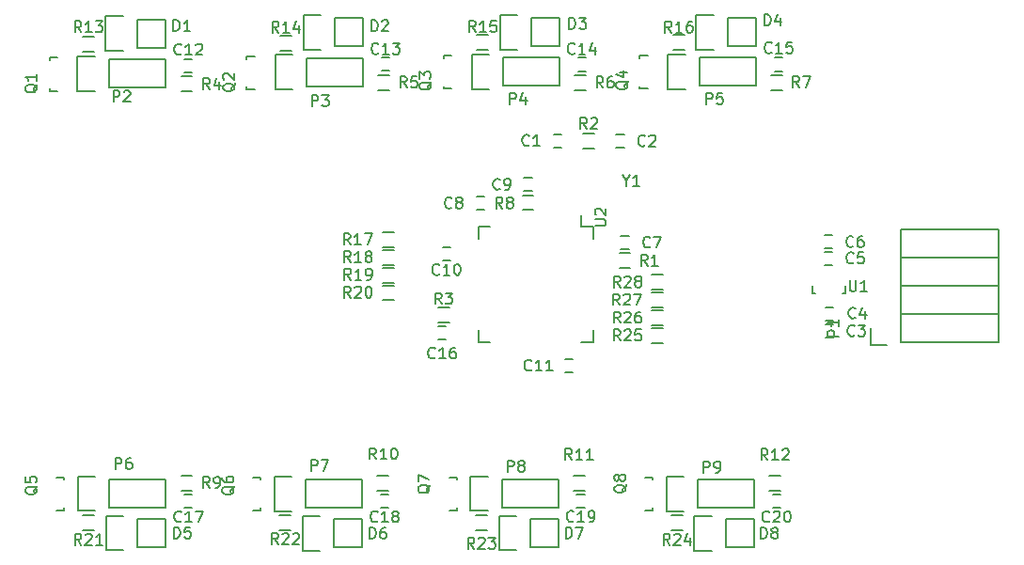
<source format=gbr>
G04 #@! TF.FileFunction,Legend,Top*
%FSLAX46Y46*%
G04 Gerber Fmt 4.6, Leading zero omitted, Abs format (unit mm)*
G04 Created by KiCad (PCBNEW 4.0.2-stable) date 2017年04月18日 星期二 03:54:15*
%MOMM*%
G01*
G04 APERTURE LIST*
%ADD10C,0.100000*%
%ADD11C,0.150000*%
G04 APERTURE END LIST*
D10*
D11*
X162725000Y-98525000D02*
X162025000Y-98525000D01*
X162025000Y-97325000D02*
X162725000Y-97325000D01*
X167675000Y-97325000D02*
X168375000Y-97325000D01*
X168375000Y-98525000D02*
X167675000Y-98525000D01*
X187200000Y-115575000D02*
X186500000Y-115575000D01*
X186500000Y-114375000D02*
X187200000Y-114375000D01*
X187200000Y-114075000D02*
X186500000Y-114075000D01*
X186500000Y-112875000D02*
X187200000Y-112875000D01*
X186450000Y-107875000D02*
X187150000Y-107875000D01*
X187150000Y-109075000D02*
X186450000Y-109075000D01*
X186450000Y-106375000D02*
X187150000Y-106375000D01*
X187150000Y-107575000D02*
X186450000Y-107575000D01*
X168800000Y-107675000D02*
X168100000Y-107675000D01*
X168100000Y-106475000D02*
X168800000Y-106475000D01*
X155775000Y-104125000D02*
X155075000Y-104125000D01*
X155075000Y-102925000D02*
X155775000Y-102925000D01*
X160075000Y-102425000D02*
X159375000Y-102425000D01*
X159375000Y-101225000D02*
X160075000Y-101225000D01*
X152725000Y-108675000D02*
X152025000Y-108675000D01*
X152025000Y-107475000D02*
X152725000Y-107475000D01*
X163075000Y-117550000D02*
X163775000Y-117550000D01*
X163775000Y-118750000D02*
X163075000Y-118750000D01*
X128800000Y-90525000D02*
X129500000Y-90525000D01*
X129500000Y-91725000D02*
X128800000Y-91725000D01*
X146551600Y-90395500D02*
X147251600Y-90395500D01*
X147251600Y-91595500D02*
X146551600Y-91595500D01*
X164250000Y-90400000D02*
X164950000Y-90400000D01*
X164950000Y-91600000D02*
X164250000Y-91600000D01*
X181925000Y-90400000D02*
X182625000Y-90400000D01*
X182625000Y-91600000D02*
X181925000Y-91600000D01*
X152350000Y-115750000D02*
X151650000Y-115750000D01*
X151650000Y-114550000D02*
X152350000Y-114550000D01*
X128800000Y-129725000D02*
X129500000Y-129725000D01*
X129500000Y-130925000D02*
X128800000Y-130925000D01*
X146475000Y-129750000D02*
X147175000Y-129750000D01*
X147175000Y-130950000D02*
X146475000Y-130950000D01*
X164125000Y-129725000D02*
X164825000Y-129725000D01*
X164825000Y-130925000D02*
X164125000Y-130925000D01*
X181750000Y-129750000D02*
X182450000Y-129750000D01*
X182450000Y-130950000D02*
X181750000Y-130950000D01*
X121710000Y-89775000D02*
X123260000Y-89775000D01*
X127070000Y-89495000D02*
X124530000Y-89495000D01*
X124530000Y-89495000D02*
X124530000Y-86955000D01*
X123260000Y-86675000D02*
X121710000Y-86675000D01*
X121710000Y-86675000D02*
X121710000Y-89775000D01*
X124530000Y-86955000D02*
X127070000Y-86955000D01*
X127070000Y-86955000D02*
X127070000Y-89495000D01*
X139508900Y-89662600D02*
X141058900Y-89662600D01*
X144868900Y-89382600D02*
X142328900Y-89382600D01*
X142328900Y-89382600D02*
X142328900Y-86842600D01*
X141058900Y-86562600D02*
X139508900Y-86562600D01*
X139508900Y-86562600D02*
X139508900Y-89662600D01*
X142328900Y-86842600D02*
X144868900Y-86842600D01*
X144868900Y-86842600D02*
X144868900Y-89382600D01*
X157225000Y-89650000D02*
X158775000Y-89650000D01*
X162585000Y-89370000D02*
X160045000Y-89370000D01*
X160045000Y-89370000D02*
X160045000Y-86830000D01*
X158775000Y-86550000D02*
X157225000Y-86550000D01*
X157225000Y-86550000D02*
X157225000Y-89650000D01*
X160045000Y-86830000D02*
X162585000Y-86830000D01*
X162585000Y-86830000D02*
X162585000Y-89370000D01*
X174875000Y-89650000D02*
X176425000Y-89650000D01*
X180235000Y-89370000D02*
X177695000Y-89370000D01*
X177695000Y-89370000D02*
X177695000Y-86830000D01*
X176425000Y-86550000D02*
X174875000Y-86550000D01*
X174875000Y-86550000D02*
X174875000Y-89650000D01*
X177695000Y-86830000D02*
X180235000Y-86830000D01*
X180235000Y-86830000D02*
X180235000Y-89370000D01*
X121735000Y-134775000D02*
X123285000Y-134775000D01*
X127095000Y-134495000D02*
X124555000Y-134495000D01*
X124555000Y-134495000D02*
X124555000Y-131955000D01*
X123285000Y-131675000D02*
X121735000Y-131675000D01*
X121735000Y-131675000D02*
X121735000Y-134775000D01*
X124555000Y-131955000D02*
X127095000Y-131955000D01*
X127095000Y-131955000D02*
X127095000Y-134495000D01*
X139460000Y-134800000D02*
X141010000Y-134800000D01*
X144820000Y-134520000D02*
X142280000Y-134520000D01*
X142280000Y-134520000D02*
X142280000Y-131980000D01*
X141010000Y-131700000D02*
X139460000Y-131700000D01*
X139460000Y-131700000D02*
X139460000Y-134800000D01*
X142280000Y-131980000D02*
X144820000Y-131980000D01*
X144820000Y-131980000D02*
X144820000Y-134520000D01*
X157110000Y-134775000D02*
X158660000Y-134775000D01*
X162470000Y-134495000D02*
X159930000Y-134495000D01*
X159930000Y-134495000D02*
X159930000Y-131955000D01*
X158660000Y-131675000D02*
X157110000Y-131675000D01*
X157110000Y-131675000D02*
X157110000Y-134775000D01*
X159930000Y-131955000D02*
X162470000Y-131955000D01*
X162470000Y-131955000D02*
X162470000Y-134495000D01*
X174710000Y-134800000D02*
X176260000Y-134800000D01*
X180070000Y-134520000D02*
X177530000Y-134520000D01*
X177530000Y-134520000D02*
X177530000Y-131980000D01*
X176260000Y-131700000D02*
X174710000Y-131700000D01*
X174710000Y-131700000D02*
X174710000Y-134800000D01*
X177530000Y-131980000D02*
X180070000Y-131980000D01*
X180070000Y-131980000D02*
X180070000Y-134520000D01*
X202125000Y-105875000D02*
X193295000Y-105875000D01*
X202125000Y-108415000D02*
X202125000Y-105875000D01*
X193295000Y-108415000D02*
X193295000Y-105875000D01*
X193295000Y-110955000D02*
X193295000Y-108415000D01*
X202125000Y-110955000D02*
X202125000Y-108415000D01*
X202125000Y-108415000D02*
X193295000Y-108415000D01*
X202125000Y-110955000D02*
X193295000Y-110955000D01*
X202125000Y-113495000D02*
X202125000Y-110955000D01*
X193295000Y-113495000D02*
X202125000Y-113495000D01*
X193295000Y-113495000D02*
X193295000Y-110955000D01*
X193295000Y-116035000D02*
X193295000Y-113495000D01*
X190625000Y-114765000D02*
X190625000Y-116315000D01*
X190625000Y-116315000D02*
X192025000Y-116315000D01*
X193295000Y-116035000D02*
X202125000Y-116035000D01*
X202125000Y-116035000D02*
X202125000Y-113495000D01*
X202125000Y-113495000D02*
X193295000Y-113495000D01*
X120720000Y-90275000D02*
X119170000Y-90275000D01*
X119170000Y-90275000D02*
X119170000Y-93375000D01*
X119170000Y-93375000D02*
X120720000Y-93375000D01*
X121990000Y-90555000D02*
X127070000Y-90555000D01*
X127070000Y-90555000D02*
X127070000Y-93095000D01*
X127070000Y-93095000D02*
X121990000Y-93095000D01*
X121990000Y-93095000D02*
X121990000Y-90555000D01*
X138506200Y-90144000D02*
X136956200Y-90144000D01*
X136956200Y-90144000D02*
X136956200Y-93244000D01*
X136956200Y-93244000D02*
X138506200Y-93244000D01*
X139776200Y-90424000D02*
X144856200Y-90424000D01*
X144856200Y-90424000D02*
X144856200Y-92964000D01*
X144856200Y-92964000D02*
X139776200Y-92964000D01*
X139776200Y-92964000D02*
X139776200Y-90424000D01*
X156225000Y-90125000D02*
X154675000Y-90125000D01*
X154675000Y-90125000D02*
X154675000Y-93225000D01*
X154675000Y-93225000D02*
X156225000Y-93225000D01*
X157495000Y-90405000D02*
X162575000Y-90405000D01*
X162575000Y-90405000D02*
X162575000Y-92945000D01*
X162575000Y-92945000D02*
X157495000Y-92945000D01*
X157495000Y-92945000D02*
X157495000Y-90405000D01*
X173875000Y-90125000D02*
X172325000Y-90125000D01*
X172325000Y-90125000D02*
X172325000Y-93225000D01*
X172325000Y-93225000D02*
X173875000Y-93225000D01*
X175145000Y-90405000D02*
X180225000Y-90405000D01*
X180225000Y-90405000D02*
X180225000Y-92945000D01*
X180225000Y-92945000D02*
X175145000Y-92945000D01*
X175145000Y-92945000D02*
X175145000Y-90405000D01*
X120745000Y-128100000D02*
X119195000Y-128100000D01*
X119195000Y-128100000D02*
X119195000Y-131200000D01*
X119195000Y-131200000D02*
X120745000Y-131200000D01*
X122015000Y-128380000D02*
X127095000Y-128380000D01*
X127095000Y-128380000D02*
X127095000Y-130920000D01*
X127095000Y-130920000D02*
X122015000Y-130920000D01*
X122015000Y-130920000D02*
X122015000Y-128380000D01*
X138450000Y-128125000D02*
X136900000Y-128125000D01*
X136900000Y-128125000D02*
X136900000Y-131225000D01*
X136900000Y-131225000D02*
X138450000Y-131225000D01*
X139720000Y-128405000D02*
X144800000Y-128405000D01*
X144800000Y-128405000D02*
X144800000Y-130945000D01*
X144800000Y-130945000D02*
X139720000Y-130945000D01*
X139720000Y-130945000D02*
X139720000Y-128405000D01*
X156100000Y-128100000D02*
X154550000Y-128100000D01*
X154550000Y-128100000D02*
X154550000Y-131200000D01*
X154550000Y-131200000D02*
X156100000Y-131200000D01*
X157370000Y-128380000D02*
X162450000Y-128380000D01*
X162450000Y-128380000D02*
X162450000Y-130920000D01*
X162450000Y-130920000D02*
X157370000Y-130920000D01*
X157370000Y-130920000D02*
X157370000Y-128380000D01*
X173725000Y-128125000D02*
X172175000Y-128125000D01*
X172175000Y-128125000D02*
X172175000Y-131225000D01*
X172175000Y-131225000D02*
X173725000Y-131225000D01*
X174995000Y-128405000D02*
X180075000Y-128405000D01*
X180075000Y-128405000D02*
X180075000Y-130945000D01*
X180075000Y-130945000D02*
X174995000Y-130945000D01*
X174995000Y-130945000D02*
X174995000Y-128405000D01*
X116641760Y-90582840D02*
X116641760Y-90631100D01*
X117342800Y-93381820D02*
X116641760Y-93381820D01*
X116641760Y-93381820D02*
X116641760Y-93132900D01*
X116641760Y-90582840D02*
X116641760Y-90382180D01*
X116641760Y-90382180D02*
X117342800Y-90382180D01*
X134388860Y-90483740D02*
X134388860Y-90532000D01*
X135089900Y-93282720D02*
X134388860Y-93282720D01*
X134388860Y-93282720D02*
X134388860Y-93033800D01*
X134388860Y-90483740D02*
X134388860Y-90283080D01*
X134388860Y-90283080D02*
X135089900Y-90283080D01*
X152124760Y-90400840D02*
X152124760Y-90449100D01*
X152825800Y-93199820D02*
X152124760Y-93199820D01*
X152124760Y-93199820D02*
X152124760Y-92950900D01*
X152124760Y-90400840D02*
X152124760Y-90200180D01*
X152124760Y-90200180D02*
X152825800Y-90200180D01*
X169799760Y-90400840D02*
X169799760Y-90449100D01*
X170500800Y-93199820D02*
X169799760Y-93199820D01*
X169799760Y-93199820D02*
X169799760Y-92950900D01*
X169799760Y-90400840D02*
X169799760Y-90200180D01*
X169799760Y-90200180D02*
X170500800Y-90200180D01*
X117950240Y-130974160D02*
X117950240Y-130925900D01*
X117249200Y-128175180D02*
X117950240Y-128175180D01*
X117950240Y-128175180D02*
X117950240Y-128424100D01*
X117950240Y-130974160D02*
X117950240Y-131174820D01*
X117950240Y-131174820D02*
X117249200Y-131174820D01*
X135675240Y-130974160D02*
X135675240Y-130925900D01*
X134974200Y-128175180D02*
X135675240Y-128175180D01*
X135675240Y-128175180D02*
X135675240Y-128424100D01*
X135675240Y-130974160D02*
X135675240Y-131174820D01*
X135675240Y-131174820D02*
X134974200Y-131174820D01*
X153325240Y-130974160D02*
X153325240Y-130925900D01*
X152624200Y-128175180D02*
X153325240Y-128175180D01*
X153325240Y-128175180D02*
X153325240Y-128424100D01*
X153325240Y-130974160D02*
X153325240Y-131174820D01*
X153325240Y-131174820D02*
X152624200Y-131174820D01*
X170950240Y-130974160D02*
X170950240Y-130925900D01*
X170249200Y-128175180D02*
X170950240Y-128175180D01*
X170950240Y-128175180D02*
X170950240Y-128424100D01*
X170950240Y-130974160D02*
X170950240Y-131174820D01*
X170950240Y-131174820D02*
X170249200Y-131174820D01*
X167950000Y-108000000D02*
X168950000Y-108000000D01*
X168950000Y-109350000D02*
X167950000Y-109350000D01*
X164700000Y-97250000D02*
X165700000Y-97250000D01*
X165700000Y-98600000D02*
X164700000Y-98600000D01*
X151625000Y-112900000D02*
X152625000Y-112900000D01*
X152625000Y-114250000D02*
X151625000Y-114250000D01*
X129493900Y-93450000D02*
X128493900Y-93450000D01*
X128493900Y-92100000D02*
X129493900Y-92100000D01*
X147248500Y-93308800D02*
X146248500Y-93308800D01*
X146248500Y-91958800D02*
X147248500Y-91958800D01*
X164950000Y-93300000D02*
X163950000Y-93300000D01*
X163950000Y-91950000D02*
X164950000Y-91950000D01*
X182625000Y-93300000D02*
X181625000Y-93300000D01*
X181625000Y-91950000D02*
X182625000Y-91950000D01*
X160225000Y-104125000D02*
X159225000Y-104125000D01*
X159225000Y-102775000D02*
X160225000Y-102775000D01*
X129500000Y-129375000D02*
X128500000Y-129375000D01*
X128500000Y-128025000D02*
X129500000Y-128025000D01*
X147175000Y-129400000D02*
X146175000Y-129400000D01*
X146175000Y-128050000D02*
X147175000Y-128050000D01*
X164825000Y-129375000D02*
X163825000Y-129375000D01*
X163825000Y-128025000D02*
X164825000Y-128025000D01*
X182450000Y-129400000D02*
X181450000Y-129400000D01*
X181450000Y-128050000D02*
X182450000Y-128050000D01*
X119650000Y-88501900D02*
X120650000Y-88501900D01*
X120650000Y-89851900D02*
X119650000Y-89851900D01*
X137434700Y-88390100D02*
X138434700Y-88390100D01*
X138434700Y-89740100D02*
X137434700Y-89740100D01*
X155150000Y-88375000D02*
X156150000Y-88375000D01*
X156150000Y-89725000D02*
X155150000Y-89725000D01*
X172800000Y-88375000D02*
X173800000Y-88375000D01*
X173800000Y-89725000D02*
X172800000Y-89725000D01*
X147650000Y-107450000D02*
X146650000Y-107450000D01*
X146650000Y-106100000D02*
X147650000Y-106100000D01*
X147650000Y-109050000D02*
X146650000Y-109050000D01*
X146650000Y-107700000D02*
X147650000Y-107700000D01*
X147650000Y-110650000D02*
X146650000Y-110650000D01*
X146650000Y-109300000D02*
X147650000Y-109300000D01*
X147650000Y-112250000D02*
X146650000Y-112250000D01*
X146650000Y-110900000D02*
X147650000Y-110900000D01*
X119650000Y-131600000D02*
X120650000Y-131600000D01*
X120650000Y-132950000D02*
X119650000Y-132950000D01*
X137375000Y-131625000D02*
X138375000Y-131625000D01*
X138375000Y-132975000D02*
X137375000Y-132975000D01*
X155025000Y-131600000D02*
X156025000Y-131600000D01*
X156025000Y-132950000D02*
X155025000Y-132950000D01*
X172650000Y-131625000D02*
X173650000Y-131625000D01*
X173650000Y-132975000D02*
X172650000Y-132975000D01*
X170850000Y-114750000D02*
X171850000Y-114750000D01*
X171850000Y-116100000D02*
X170850000Y-116100000D01*
X170850000Y-113150000D02*
X171850000Y-113150000D01*
X171850000Y-114500000D02*
X170850000Y-114500000D01*
X170850000Y-111550000D02*
X171850000Y-111550000D01*
X171850000Y-112900000D02*
X170850000Y-112900000D01*
X170850000Y-109950000D02*
X171850000Y-109950000D01*
X171850000Y-111300000D02*
X170850000Y-111300000D01*
X185525840Y-111625240D02*
X185574100Y-111625240D01*
X188324820Y-110924200D02*
X188324820Y-111625240D01*
X188324820Y-111625240D02*
X188075900Y-111625240D01*
X185525840Y-111625240D02*
X185325180Y-111625240D01*
X185325180Y-111625240D02*
X185325180Y-110924200D01*
X165600000Y-105650000D02*
X164525000Y-105650000D01*
X165600000Y-116000000D02*
X164525000Y-116000000D01*
X155250000Y-116000000D02*
X156325000Y-116000000D01*
X155250000Y-105650000D02*
X156325000Y-105650000D01*
X165600000Y-105650000D02*
X165600000Y-106725000D01*
X155250000Y-105650000D02*
X155250000Y-106725000D01*
X155250000Y-116000000D02*
X155250000Y-114925000D01*
X165600000Y-116000000D02*
X165600000Y-114925000D01*
X164525000Y-105650000D02*
X164525000Y-104625000D01*
X159833334Y-98257143D02*
X159785715Y-98304762D01*
X159642858Y-98352381D01*
X159547620Y-98352381D01*
X159404762Y-98304762D01*
X159309524Y-98209524D01*
X159261905Y-98114286D01*
X159214286Y-97923810D01*
X159214286Y-97780952D01*
X159261905Y-97590476D01*
X159309524Y-97495238D01*
X159404762Y-97400000D01*
X159547620Y-97352381D01*
X159642858Y-97352381D01*
X159785715Y-97400000D01*
X159833334Y-97447619D01*
X160785715Y-98352381D02*
X160214286Y-98352381D01*
X160500000Y-98352381D02*
X160500000Y-97352381D01*
X160404762Y-97495238D01*
X160309524Y-97590476D01*
X160214286Y-97638095D01*
X170258334Y-98282143D02*
X170210715Y-98329762D01*
X170067858Y-98377381D01*
X169972620Y-98377381D01*
X169829762Y-98329762D01*
X169734524Y-98234524D01*
X169686905Y-98139286D01*
X169639286Y-97948810D01*
X169639286Y-97805952D01*
X169686905Y-97615476D01*
X169734524Y-97520238D01*
X169829762Y-97425000D01*
X169972620Y-97377381D01*
X170067858Y-97377381D01*
X170210715Y-97425000D01*
X170258334Y-97472619D01*
X170639286Y-97472619D02*
X170686905Y-97425000D01*
X170782143Y-97377381D01*
X171020239Y-97377381D01*
X171115477Y-97425000D01*
X171163096Y-97472619D01*
X171210715Y-97567857D01*
X171210715Y-97663095D01*
X171163096Y-97805952D01*
X170591667Y-98377381D01*
X171210715Y-98377381D01*
X189133334Y-115382143D02*
X189085715Y-115429762D01*
X188942858Y-115477381D01*
X188847620Y-115477381D01*
X188704762Y-115429762D01*
X188609524Y-115334524D01*
X188561905Y-115239286D01*
X188514286Y-115048810D01*
X188514286Y-114905952D01*
X188561905Y-114715476D01*
X188609524Y-114620238D01*
X188704762Y-114525000D01*
X188847620Y-114477381D01*
X188942858Y-114477381D01*
X189085715Y-114525000D01*
X189133334Y-114572619D01*
X189466667Y-114477381D02*
X190085715Y-114477381D01*
X189752381Y-114858333D01*
X189895239Y-114858333D01*
X189990477Y-114905952D01*
X190038096Y-114953571D01*
X190085715Y-115048810D01*
X190085715Y-115286905D01*
X190038096Y-115382143D01*
X189990477Y-115429762D01*
X189895239Y-115477381D01*
X189609524Y-115477381D01*
X189514286Y-115429762D01*
X189466667Y-115382143D01*
X189208334Y-113807143D02*
X189160715Y-113854762D01*
X189017858Y-113902381D01*
X188922620Y-113902381D01*
X188779762Y-113854762D01*
X188684524Y-113759524D01*
X188636905Y-113664286D01*
X188589286Y-113473810D01*
X188589286Y-113330952D01*
X188636905Y-113140476D01*
X188684524Y-113045238D01*
X188779762Y-112950000D01*
X188922620Y-112902381D01*
X189017858Y-112902381D01*
X189160715Y-112950000D01*
X189208334Y-112997619D01*
X190065477Y-113235714D02*
X190065477Y-113902381D01*
X189827381Y-112854762D02*
X189589286Y-113569048D01*
X190208334Y-113569048D01*
X189033334Y-108832143D02*
X188985715Y-108879762D01*
X188842858Y-108927381D01*
X188747620Y-108927381D01*
X188604762Y-108879762D01*
X188509524Y-108784524D01*
X188461905Y-108689286D01*
X188414286Y-108498810D01*
X188414286Y-108355952D01*
X188461905Y-108165476D01*
X188509524Y-108070238D01*
X188604762Y-107975000D01*
X188747620Y-107927381D01*
X188842858Y-107927381D01*
X188985715Y-107975000D01*
X189033334Y-108022619D01*
X189938096Y-107927381D02*
X189461905Y-107927381D01*
X189414286Y-108403571D01*
X189461905Y-108355952D01*
X189557143Y-108308333D01*
X189795239Y-108308333D01*
X189890477Y-108355952D01*
X189938096Y-108403571D01*
X189985715Y-108498810D01*
X189985715Y-108736905D01*
X189938096Y-108832143D01*
X189890477Y-108879762D01*
X189795239Y-108927381D01*
X189557143Y-108927381D01*
X189461905Y-108879762D01*
X189414286Y-108832143D01*
X189008334Y-107357143D02*
X188960715Y-107404762D01*
X188817858Y-107452381D01*
X188722620Y-107452381D01*
X188579762Y-107404762D01*
X188484524Y-107309524D01*
X188436905Y-107214286D01*
X188389286Y-107023810D01*
X188389286Y-106880952D01*
X188436905Y-106690476D01*
X188484524Y-106595238D01*
X188579762Y-106500000D01*
X188722620Y-106452381D01*
X188817858Y-106452381D01*
X188960715Y-106500000D01*
X189008334Y-106547619D01*
X189865477Y-106452381D02*
X189675000Y-106452381D01*
X189579762Y-106500000D01*
X189532143Y-106547619D01*
X189436905Y-106690476D01*
X189389286Y-106880952D01*
X189389286Y-107261905D01*
X189436905Y-107357143D01*
X189484524Y-107404762D01*
X189579762Y-107452381D01*
X189770239Y-107452381D01*
X189865477Y-107404762D01*
X189913096Y-107357143D01*
X189960715Y-107261905D01*
X189960715Y-107023810D01*
X189913096Y-106928571D01*
X189865477Y-106880952D01*
X189770239Y-106833333D01*
X189579762Y-106833333D01*
X189484524Y-106880952D01*
X189436905Y-106928571D01*
X189389286Y-107023810D01*
X170733334Y-107407143D02*
X170685715Y-107454762D01*
X170542858Y-107502381D01*
X170447620Y-107502381D01*
X170304762Y-107454762D01*
X170209524Y-107359524D01*
X170161905Y-107264286D01*
X170114286Y-107073810D01*
X170114286Y-106930952D01*
X170161905Y-106740476D01*
X170209524Y-106645238D01*
X170304762Y-106550000D01*
X170447620Y-106502381D01*
X170542858Y-106502381D01*
X170685715Y-106550000D01*
X170733334Y-106597619D01*
X171066667Y-106502381D02*
X171733334Y-106502381D01*
X171304762Y-107502381D01*
X152858334Y-103882143D02*
X152810715Y-103929762D01*
X152667858Y-103977381D01*
X152572620Y-103977381D01*
X152429762Y-103929762D01*
X152334524Y-103834524D01*
X152286905Y-103739286D01*
X152239286Y-103548810D01*
X152239286Y-103405952D01*
X152286905Y-103215476D01*
X152334524Y-103120238D01*
X152429762Y-103025000D01*
X152572620Y-102977381D01*
X152667858Y-102977381D01*
X152810715Y-103025000D01*
X152858334Y-103072619D01*
X153429762Y-103405952D02*
X153334524Y-103358333D01*
X153286905Y-103310714D01*
X153239286Y-103215476D01*
X153239286Y-103167857D01*
X153286905Y-103072619D01*
X153334524Y-103025000D01*
X153429762Y-102977381D01*
X153620239Y-102977381D01*
X153715477Y-103025000D01*
X153763096Y-103072619D01*
X153810715Y-103167857D01*
X153810715Y-103215476D01*
X153763096Y-103310714D01*
X153715477Y-103358333D01*
X153620239Y-103405952D01*
X153429762Y-103405952D01*
X153334524Y-103453571D01*
X153286905Y-103501190D01*
X153239286Y-103596429D01*
X153239286Y-103786905D01*
X153286905Y-103882143D01*
X153334524Y-103929762D01*
X153429762Y-103977381D01*
X153620239Y-103977381D01*
X153715477Y-103929762D01*
X153763096Y-103882143D01*
X153810715Y-103786905D01*
X153810715Y-103596429D01*
X153763096Y-103501190D01*
X153715477Y-103453571D01*
X153620239Y-103405952D01*
X157208334Y-102207143D02*
X157160715Y-102254762D01*
X157017858Y-102302381D01*
X156922620Y-102302381D01*
X156779762Y-102254762D01*
X156684524Y-102159524D01*
X156636905Y-102064286D01*
X156589286Y-101873810D01*
X156589286Y-101730952D01*
X156636905Y-101540476D01*
X156684524Y-101445238D01*
X156779762Y-101350000D01*
X156922620Y-101302381D01*
X157017858Y-101302381D01*
X157160715Y-101350000D01*
X157208334Y-101397619D01*
X157684524Y-102302381D02*
X157875000Y-102302381D01*
X157970239Y-102254762D01*
X158017858Y-102207143D01*
X158113096Y-102064286D01*
X158160715Y-101873810D01*
X158160715Y-101492857D01*
X158113096Y-101397619D01*
X158065477Y-101350000D01*
X157970239Y-101302381D01*
X157779762Y-101302381D01*
X157684524Y-101350000D01*
X157636905Y-101397619D01*
X157589286Y-101492857D01*
X157589286Y-101730952D01*
X157636905Y-101826190D01*
X157684524Y-101873810D01*
X157779762Y-101921429D01*
X157970239Y-101921429D01*
X158065477Y-101873810D01*
X158113096Y-101826190D01*
X158160715Y-101730952D01*
X151732143Y-109882143D02*
X151684524Y-109929762D01*
X151541667Y-109977381D01*
X151446429Y-109977381D01*
X151303571Y-109929762D01*
X151208333Y-109834524D01*
X151160714Y-109739286D01*
X151113095Y-109548810D01*
X151113095Y-109405952D01*
X151160714Y-109215476D01*
X151208333Y-109120238D01*
X151303571Y-109025000D01*
X151446429Y-108977381D01*
X151541667Y-108977381D01*
X151684524Y-109025000D01*
X151732143Y-109072619D01*
X152684524Y-109977381D02*
X152113095Y-109977381D01*
X152398809Y-109977381D02*
X152398809Y-108977381D01*
X152303571Y-109120238D01*
X152208333Y-109215476D01*
X152113095Y-109263095D01*
X153303571Y-108977381D02*
X153398810Y-108977381D01*
X153494048Y-109025000D01*
X153541667Y-109072619D01*
X153589286Y-109167857D01*
X153636905Y-109358333D01*
X153636905Y-109596429D01*
X153589286Y-109786905D01*
X153541667Y-109882143D01*
X153494048Y-109929762D01*
X153398810Y-109977381D01*
X153303571Y-109977381D01*
X153208333Y-109929762D01*
X153160714Y-109882143D01*
X153113095Y-109786905D01*
X153065476Y-109596429D01*
X153065476Y-109358333D01*
X153113095Y-109167857D01*
X153160714Y-109072619D01*
X153208333Y-109025000D01*
X153303571Y-108977381D01*
X160032143Y-118507143D02*
X159984524Y-118554762D01*
X159841667Y-118602381D01*
X159746429Y-118602381D01*
X159603571Y-118554762D01*
X159508333Y-118459524D01*
X159460714Y-118364286D01*
X159413095Y-118173810D01*
X159413095Y-118030952D01*
X159460714Y-117840476D01*
X159508333Y-117745238D01*
X159603571Y-117650000D01*
X159746429Y-117602381D01*
X159841667Y-117602381D01*
X159984524Y-117650000D01*
X160032143Y-117697619D01*
X160984524Y-118602381D02*
X160413095Y-118602381D01*
X160698809Y-118602381D02*
X160698809Y-117602381D01*
X160603571Y-117745238D01*
X160508333Y-117840476D01*
X160413095Y-117888095D01*
X161936905Y-118602381D02*
X161365476Y-118602381D01*
X161651190Y-118602381D02*
X161651190Y-117602381D01*
X161555952Y-117745238D01*
X161460714Y-117840476D01*
X161365476Y-117888095D01*
X128503443Y-90057243D02*
X128455824Y-90104862D01*
X128312967Y-90152481D01*
X128217729Y-90152481D01*
X128074871Y-90104862D01*
X127979633Y-90009624D01*
X127932014Y-89914386D01*
X127884395Y-89723910D01*
X127884395Y-89581052D01*
X127932014Y-89390576D01*
X127979633Y-89295338D01*
X128074871Y-89200100D01*
X128217729Y-89152481D01*
X128312967Y-89152481D01*
X128455824Y-89200100D01*
X128503443Y-89247719D01*
X129455824Y-90152481D02*
X128884395Y-90152481D01*
X129170109Y-90152481D02*
X129170109Y-89152481D01*
X129074871Y-89295338D01*
X128979633Y-89390576D01*
X128884395Y-89438195D01*
X129836776Y-89247719D02*
X129884395Y-89200100D01*
X129979633Y-89152481D01*
X130217729Y-89152481D01*
X130312967Y-89200100D01*
X130360586Y-89247719D01*
X130408205Y-89342957D01*
X130408205Y-89438195D01*
X130360586Y-89581052D01*
X129789157Y-90152481D01*
X130408205Y-90152481D01*
X146258743Y-89981043D02*
X146211124Y-90028662D01*
X146068267Y-90076281D01*
X145973029Y-90076281D01*
X145830171Y-90028662D01*
X145734933Y-89933424D01*
X145687314Y-89838186D01*
X145639695Y-89647710D01*
X145639695Y-89504852D01*
X145687314Y-89314376D01*
X145734933Y-89219138D01*
X145830171Y-89123900D01*
X145973029Y-89076281D01*
X146068267Y-89076281D01*
X146211124Y-89123900D01*
X146258743Y-89171519D01*
X147211124Y-90076281D02*
X146639695Y-90076281D01*
X146925409Y-90076281D02*
X146925409Y-89076281D01*
X146830171Y-89219138D01*
X146734933Y-89314376D01*
X146639695Y-89361995D01*
X147544457Y-89076281D02*
X148163505Y-89076281D01*
X147830171Y-89457233D01*
X147973029Y-89457233D01*
X148068267Y-89504852D01*
X148115886Y-89552471D01*
X148163505Y-89647710D01*
X148163505Y-89885805D01*
X148115886Y-89981043D01*
X148068267Y-90028662D01*
X147973029Y-90076281D01*
X147687314Y-90076281D01*
X147592076Y-90028662D01*
X147544457Y-89981043D01*
X163932143Y-89982143D02*
X163884524Y-90029762D01*
X163741667Y-90077381D01*
X163646429Y-90077381D01*
X163503571Y-90029762D01*
X163408333Y-89934524D01*
X163360714Y-89839286D01*
X163313095Y-89648810D01*
X163313095Y-89505952D01*
X163360714Y-89315476D01*
X163408333Y-89220238D01*
X163503571Y-89125000D01*
X163646429Y-89077381D01*
X163741667Y-89077381D01*
X163884524Y-89125000D01*
X163932143Y-89172619D01*
X164884524Y-90077381D02*
X164313095Y-90077381D01*
X164598809Y-90077381D02*
X164598809Y-89077381D01*
X164503571Y-89220238D01*
X164408333Y-89315476D01*
X164313095Y-89363095D01*
X165741667Y-89410714D02*
X165741667Y-90077381D01*
X165503571Y-89029762D02*
X165265476Y-89744048D01*
X165884524Y-89744048D01*
X181657143Y-89907143D02*
X181609524Y-89954762D01*
X181466667Y-90002381D01*
X181371429Y-90002381D01*
X181228571Y-89954762D01*
X181133333Y-89859524D01*
X181085714Y-89764286D01*
X181038095Y-89573810D01*
X181038095Y-89430952D01*
X181085714Y-89240476D01*
X181133333Y-89145238D01*
X181228571Y-89050000D01*
X181371429Y-89002381D01*
X181466667Y-89002381D01*
X181609524Y-89050000D01*
X181657143Y-89097619D01*
X182609524Y-90002381D02*
X182038095Y-90002381D01*
X182323809Y-90002381D02*
X182323809Y-89002381D01*
X182228571Y-89145238D01*
X182133333Y-89240476D01*
X182038095Y-89288095D01*
X183514286Y-89002381D02*
X183038095Y-89002381D01*
X182990476Y-89478571D01*
X183038095Y-89430952D01*
X183133333Y-89383333D01*
X183371429Y-89383333D01*
X183466667Y-89430952D01*
X183514286Y-89478571D01*
X183561905Y-89573810D01*
X183561905Y-89811905D01*
X183514286Y-89907143D01*
X183466667Y-89954762D01*
X183371429Y-90002381D01*
X183133333Y-90002381D01*
X183038095Y-89954762D01*
X182990476Y-89907143D01*
X151357143Y-117407143D02*
X151309524Y-117454762D01*
X151166667Y-117502381D01*
X151071429Y-117502381D01*
X150928571Y-117454762D01*
X150833333Y-117359524D01*
X150785714Y-117264286D01*
X150738095Y-117073810D01*
X150738095Y-116930952D01*
X150785714Y-116740476D01*
X150833333Y-116645238D01*
X150928571Y-116550000D01*
X151071429Y-116502381D01*
X151166667Y-116502381D01*
X151309524Y-116550000D01*
X151357143Y-116597619D01*
X152309524Y-117502381D02*
X151738095Y-117502381D01*
X152023809Y-117502381D02*
X152023809Y-116502381D01*
X151928571Y-116645238D01*
X151833333Y-116740476D01*
X151738095Y-116788095D01*
X153166667Y-116502381D02*
X152976190Y-116502381D01*
X152880952Y-116550000D01*
X152833333Y-116597619D01*
X152738095Y-116740476D01*
X152690476Y-116930952D01*
X152690476Y-117311905D01*
X152738095Y-117407143D01*
X152785714Y-117454762D01*
X152880952Y-117502381D01*
X153071429Y-117502381D01*
X153166667Y-117454762D01*
X153214286Y-117407143D01*
X153261905Y-117311905D01*
X153261905Y-117073810D01*
X153214286Y-116978571D01*
X153166667Y-116930952D01*
X153071429Y-116883333D01*
X152880952Y-116883333D01*
X152785714Y-116930952D01*
X152738095Y-116978571D01*
X152690476Y-117073810D01*
X128507143Y-132132143D02*
X128459524Y-132179762D01*
X128316667Y-132227381D01*
X128221429Y-132227381D01*
X128078571Y-132179762D01*
X127983333Y-132084524D01*
X127935714Y-131989286D01*
X127888095Y-131798810D01*
X127888095Y-131655952D01*
X127935714Y-131465476D01*
X127983333Y-131370238D01*
X128078571Y-131275000D01*
X128221429Y-131227381D01*
X128316667Y-131227381D01*
X128459524Y-131275000D01*
X128507143Y-131322619D01*
X129459524Y-132227381D02*
X128888095Y-132227381D01*
X129173809Y-132227381D02*
X129173809Y-131227381D01*
X129078571Y-131370238D01*
X128983333Y-131465476D01*
X128888095Y-131513095D01*
X129792857Y-131227381D02*
X130459524Y-131227381D01*
X130030952Y-132227381D01*
X146182143Y-132132143D02*
X146134524Y-132179762D01*
X145991667Y-132227381D01*
X145896429Y-132227381D01*
X145753571Y-132179762D01*
X145658333Y-132084524D01*
X145610714Y-131989286D01*
X145563095Y-131798810D01*
X145563095Y-131655952D01*
X145610714Y-131465476D01*
X145658333Y-131370238D01*
X145753571Y-131275000D01*
X145896429Y-131227381D01*
X145991667Y-131227381D01*
X146134524Y-131275000D01*
X146182143Y-131322619D01*
X147134524Y-132227381D02*
X146563095Y-132227381D01*
X146848809Y-132227381D02*
X146848809Y-131227381D01*
X146753571Y-131370238D01*
X146658333Y-131465476D01*
X146563095Y-131513095D01*
X147705952Y-131655952D02*
X147610714Y-131608333D01*
X147563095Y-131560714D01*
X147515476Y-131465476D01*
X147515476Y-131417857D01*
X147563095Y-131322619D01*
X147610714Y-131275000D01*
X147705952Y-131227381D01*
X147896429Y-131227381D01*
X147991667Y-131275000D01*
X148039286Y-131322619D01*
X148086905Y-131417857D01*
X148086905Y-131465476D01*
X148039286Y-131560714D01*
X147991667Y-131608333D01*
X147896429Y-131655952D01*
X147705952Y-131655952D01*
X147610714Y-131703571D01*
X147563095Y-131751190D01*
X147515476Y-131846429D01*
X147515476Y-132036905D01*
X147563095Y-132132143D01*
X147610714Y-132179762D01*
X147705952Y-132227381D01*
X147896429Y-132227381D01*
X147991667Y-132179762D01*
X148039286Y-132132143D01*
X148086905Y-132036905D01*
X148086905Y-131846429D01*
X148039286Y-131751190D01*
X147991667Y-131703571D01*
X147896429Y-131655952D01*
X163832143Y-132107143D02*
X163784524Y-132154762D01*
X163641667Y-132202381D01*
X163546429Y-132202381D01*
X163403571Y-132154762D01*
X163308333Y-132059524D01*
X163260714Y-131964286D01*
X163213095Y-131773810D01*
X163213095Y-131630952D01*
X163260714Y-131440476D01*
X163308333Y-131345238D01*
X163403571Y-131250000D01*
X163546429Y-131202381D01*
X163641667Y-131202381D01*
X163784524Y-131250000D01*
X163832143Y-131297619D01*
X164784524Y-132202381D02*
X164213095Y-132202381D01*
X164498809Y-132202381D02*
X164498809Y-131202381D01*
X164403571Y-131345238D01*
X164308333Y-131440476D01*
X164213095Y-131488095D01*
X165260714Y-132202381D02*
X165451190Y-132202381D01*
X165546429Y-132154762D01*
X165594048Y-132107143D01*
X165689286Y-131964286D01*
X165736905Y-131773810D01*
X165736905Y-131392857D01*
X165689286Y-131297619D01*
X165641667Y-131250000D01*
X165546429Y-131202381D01*
X165355952Y-131202381D01*
X165260714Y-131250000D01*
X165213095Y-131297619D01*
X165165476Y-131392857D01*
X165165476Y-131630952D01*
X165213095Y-131726190D01*
X165260714Y-131773810D01*
X165355952Y-131821429D01*
X165546429Y-131821429D01*
X165641667Y-131773810D01*
X165689286Y-131726190D01*
X165736905Y-131630952D01*
X181457143Y-132132143D02*
X181409524Y-132179762D01*
X181266667Y-132227381D01*
X181171429Y-132227381D01*
X181028571Y-132179762D01*
X180933333Y-132084524D01*
X180885714Y-131989286D01*
X180838095Y-131798810D01*
X180838095Y-131655952D01*
X180885714Y-131465476D01*
X180933333Y-131370238D01*
X181028571Y-131275000D01*
X181171429Y-131227381D01*
X181266667Y-131227381D01*
X181409524Y-131275000D01*
X181457143Y-131322619D01*
X181838095Y-131322619D02*
X181885714Y-131275000D01*
X181980952Y-131227381D01*
X182219048Y-131227381D01*
X182314286Y-131275000D01*
X182361905Y-131322619D01*
X182409524Y-131417857D01*
X182409524Y-131513095D01*
X182361905Y-131655952D01*
X181790476Y-132227381D01*
X182409524Y-132227381D01*
X183028571Y-131227381D02*
X183123810Y-131227381D01*
X183219048Y-131275000D01*
X183266667Y-131322619D01*
X183314286Y-131417857D01*
X183361905Y-131608333D01*
X183361905Y-131846429D01*
X183314286Y-132036905D01*
X183266667Y-132132143D01*
X183219048Y-132179762D01*
X183123810Y-132227381D01*
X183028571Y-132227381D01*
X182933333Y-132179762D01*
X182885714Y-132132143D01*
X182838095Y-132036905D01*
X182790476Y-131846429D01*
X182790476Y-131608333D01*
X182838095Y-131417857D01*
X182885714Y-131322619D01*
X182933333Y-131275000D01*
X183028571Y-131227381D01*
X127796905Y-88002381D02*
X127796905Y-87002381D01*
X128035000Y-87002381D01*
X128177858Y-87050000D01*
X128273096Y-87145238D01*
X128320715Y-87240476D01*
X128368334Y-87430952D01*
X128368334Y-87573810D01*
X128320715Y-87764286D01*
X128273096Y-87859524D01*
X128177858Y-87954762D01*
X128035000Y-88002381D01*
X127796905Y-88002381D01*
X129320715Y-88002381D02*
X128749286Y-88002381D01*
X129035000Y-88002381D02*
X129035000Y-87002381D01*
X128939762Y-87145238D01*
X128844524Y-87240476D01*
X128749286Y-87288095D01*
X145620805Y-88014981D02*
X145620805Y-87014981D01*
X145858900Y-87014981D01*
X146001758Y-87062600D01*
X146096996Y-87157838D01*
X146144615Y-87253076D01*
X146192234Y-87443552D01*
X146192234Y-87586410D01*
X146144615Y-87776886D01*
X146096996Y-87872124D01*
X146001758Y-87967362D01*
X145858900Y-88014981D01*
X145620805Y-88014981D01*
X146573186Y-87110219D02*
X146620805Y-87062600D01*
X146716043Y-87014981D01*
X146954139Y-87014981D01*
X147049377Y-87062600D01*
X147096996Y-87110219D01*
X147144615Y-87205457D01*
X147144615Y-87300695D01*
X147096996Y-87443552D01*
X146525567Y-88014981D01*
X147144615Y-88014981D01*
X163436905Y-87802381D02*
X163436905Y-86802381D01*
X163675000Y-86802381D01*
X163817858Y-86850000D01*
X163913096Y-86945238D01*
X163960715Y-87040476D01*
X164008334Y-87230952D01*
X164008334Y-87373810D01*
X163960715Y-87564286D01*
X163913096Y-87659524D01*
X163817858Y-87754762D01*
X163675000Y-87802381D01*
X163436905Y-87802381D01*
X164341667Y-86802381D02*
X164960715Y-86802381D01*
X164627381Y-87183333D01*
X164770239Y-87183333D01*
X164865477Y-87230952D01*
X164913096Y-87278571D01*
X164960715Y-87373810D01*
X164960715Y-87611905D01*
X164913096Y-87707143D01*
X164865477Y-87754762D01*
X164770239Y-87802381D01*
X164484524Y-87802381D01*
X164389286Y-87754762D01*
X164341667Y-87707143D01*
X181011905Y-87502381D02*
X181011905Y-86502381D01*
X181250000Y-86502381D01*
X181392858Y-86550000D01*
X181488096Y-86645238D01*
X181535715Y-86740476D01*
X181583334Y-86930952D01*
X181583334Y-87073810D01*
X181535715Y-87264286D01*
X181488096Y-87359524D01*
X181392858Y-87454762D01*
X181250000Y-87502381D01*
X181011905Y-87502381D01*
X182440477Y-86835714D02*
X182440477Y-87502381D01*
X182202381Y-86454762D02*
X181964286Y-87169048D01*
X182583334Y-87169048D01*
X127836905Y-133677381D02*
X127836905Y-132677381D01*
X128075000Y-132677381D01*
X128217858Y-132725000D01*
X128313096Y-132820238D01*
X128360715Y-132915476D01*
X128408334Y-133105952D01*
X128408334Y-133248810D01*
X128360715Y-133439286D01*
X128313096Y-133534524D01*
X128217858Y-133629762D01*
X128075000Y-133677381D01*
X127836905Y-133677381D01*
X129313096Y-132677381D02*
X128836905Y-132677381D01*
X128789286Y-133153571D01*
X128836905Y-133105952D01*
X128932143Y-133058333D01*
X129170239Y-133058333D01*
X129265477Y-133105952D01*
X129313096Y-133153571D01*
X129360715Y-133248810D01*
X129360715Y-133486905D01*
X129313096Y-133582143D01*
X129265477Y-133629762D01*
X129170239Y-133677381D01*
X128932143Y-133677381D01*
X128836905Y-133629762D01*
X128789286Y-133582143D01*
X145461905Y-133702381D02*
X145461905Y-132702381D01*
X145700000Y-132702381D01*
X145842858Y-132750000D01*
X145938096Y-132845238D01*
X145985715Y-132940476D01*
X146033334Y-133130952D01*
X146033334Y-133273810D01*
X145985715Y-133464286D01*
X145938096Y-133559524D01*
X145842858Y-133654762D01*
X145700000Y-133702381D01*
X145461905Y-133702381D01*
X146890477Y-132702381D02*
X146700000Y-132702381D01*
X146604762Y-132750000D01*
X146557143Y-132797619D01*
X146461905Y-132940476D01*
X146414286Y-133130952D01*
X146414286Y-133511905D01*
X146461905Y-133607143D01*
X146509524Y-133654762D01*
X146604762Y-133702381D01*
X146795239Y-133702381D01*
X146890477Y-133654762D01*
X146938096Y-133607143D01*
X146985715Y-133511905D01*
X146985715Y-133273810D01*
X146938096Y-133178571D01*
X146890477Y-133130952D01*
X146795239Y-133083333D01*
X146604762Y-133083333D01*
X146509524Y-133130952D01*
X146461905Y-133178571D01*
X146414286Y-133273810D01*
X163121905Y-133677381D02*
X163121905Y-132677381D01*
X163360000Y-132677381D01*
X163502858Y-132725000D01*
X163598096Y-132820238D01*
X163645715Y-132915476D01*
X163693334Y-133105952D01*
X163693334Y-133248810D01*
X163645715Y-133439286D01*
X163598096Y-133534524D01*
X163502858Y-133629762D01*
X163360000Y-133677381D01*
X163121905Y-133677381D01*
X164026667Y-132677381D02*
X164693334Y-132677381D01*
X164264762Y-133677381D01*
X180696905Y-133702381D02*
X180696905Y-132702381D01*
X180935000Y-132702381D01*
X181077858Y-132750000D01*
X181173096Y-132845238D01*
X181220715Y-132940476D01*
X181268334Y-133130952D01*
X181268334Y-133273810D01*
X181220715Y-133464286D01*
X181173096Y-133559524D01*
X181077858Y-133654762D01*
X180935000Y-133702381D01*
X180696905Y-133702381D01*
X181839762Y-133130952D02*
X181744524Y-133083333D01*
X181696905Y-133035714D01*
X181649286Y-132940476D01*
X181649286Y-132892857D01*
X181696905Y-132797619D01*
X181744524Y-132750000D01*
X181839762Y-132702381D01*
X182030239Y-132702381D01*
X182125477Y-132750000D01*
X182173096Y-132797619D01*
X182220715Y-132892857D01*
X182220715Y-132940476D01*
X182173096Y-133035714D01*
X182125477Y-133083333D01*
X182030239Y-133130952D01*
X181839762Y-133130952D01*
X181744524Y-133178571D01*
X181696905Y-133226190D01*
X181649286Y-133321429D01*
X181649286Y-133511905D01*
X181696905Y-133607143D01*
X181744524Y-133654762D01*
X181839762Y-133702381D01*
X182030239Y-133702381D01*
X182125477Y-133654762D01*
X182173096Y-133607143D01*
X182220715Y-133511905D01*
X182220715Y-133321429D01*
X182173096Y-133226190D01*
X182125477Y-133178571D01*
X182030239Y-133130952D01*
X187727381Y-115503095D02*
X186727381Y-115503095D01*
X186727381Y-115122142D01*
X186775000Y-115026904D01*
X186822619Y-114979285D01*
X186917857Y-114931666D01*
X187060714Y-114931666D01*
X187155952Y-114979285D01*
X187203571Y-115026904D01*
X187251190Y-115122142D01*
X187251190Y-115503095D01*
X187727381Y-113979285D02*
X187727381Y-114550714D01*
X187727381Y-114265000D02*
X186727381Y-114265000D01*
X186870238Y-114360238D01*
X186965476Y-114455476D01*
X187013095Y-114550714D01*
X122395905Y-94366381D02*
X122395905Y-93366381D01*
X122776858Y-93366381D01*
X122872096Y-93414000D01*
X122919715Y-93461619D01*
X122967334Y-93556857D01*
X122967334Y-93699714D01*
X122919715Y-93794952D01*
X122872096Y-93842571D01*
X122776858Y-93890190D01*
X122395905Y-93890190D01*
X123348286Y-93461619D02*
X123395905Y-93414000D01*
X123491143Y-93366381D01*
X123729239Y-93366381D01*
X123824477Y-93414000D01*
X123872096Y-93461619D01*
X123919715Y-93556857D01*
X123919715Y-93652095D01*
X123872096Y-93794952D01*
X123300667Y-94366381D01*
X123919715Y-94366381D01*
X140268105Y-94771381D02*
X140268105Y-93771381D01*
X140649058Y-93771381D01*
X140744296Y-93819000D01*
X140791915Y-93866619D01*
X140839534Y-93961857D01*
X140839534Y-94104714D01*
X140791915Y-94199952D01*
X140744296Y-94247571D01*
X140649058Y-94295190D01*
X140268105Y-94295190D01*
X141172867Y-93771381D02*
X141791915Y-93771381D01*
X141458581Y-94152333D01*
X141601439Y-94152333D01*
X141696677Y-94199952D01*
X141744296Y-94247571D01*
X141791915Y-94342810D01*
X141791915Y-94580905D01*
X141744296Y-94676143D01*
X141696677Y-94723762D01*
X141601439Y-94771381D01*
X141315724Y-94771381D01*
X141220486Y-94723762D01*
X141172867Y-94676143D01*
X158076905Y-94577381D02*
X158076905Y-93577381D01*
X158457858Y-93577381D01*
X158553096Y-93625000D01*
X158600715Y-93672619D01*
X158648334Y-93767857D01*
X158648334Y-93910714D01*
X158600715Y-94005952D01*
X158553096Y-94053571D01*
X158457858Y-94101190D01*
X158076905Y-94101190D01*
X159505477Y-93910714D02*
X159505477Y-94577381D01*
X159267381Y-93529762D02*
X159029286Y-94244048D01*
X159648334Y-94244048D01*
X175761905Y-94577381D02*
X175761905Y-93577381D01*
X176142858Y-93577381D01*
X176238096Y-93625000D01*
X176285715Y-93672619D01*
X176333334Y-93767857D01*
X176333334Y-93910714D01*
X176285715Y-94005952D01*
X176238096Y-94053571D01*
X176142858Y-94101190D01*
X175761905Y-94101190D01*
X177238096Y-93577381D02*
X176761905Y-93577381D01*
X176714286Y-94053571D01*
X176761905Y-94005952D01*
X176857143Y-93958333D01*
X177095239Y-93958333D01*
X177190477Y-94005952D01*
X177238096Y-94053571D01*
X177285715Y-94148810D01*
X177285715Y-94386905D01*
X177238096Y-94482143D01*
X177190477Y-94529762D01*
X177095239Y-94577381D01*
X176857143Y-94577381D01*
X176761905Y-94529762D01*
X176714286Y-94482143D01*
X122561905Y-127452381D02*
X122561905Y-126452381D01*
X122942858Y-126452381D01*
X123038096Y-126500000D01*
X123085715Y-126547619D01*
X123133334Y-126642857D01*
X123133334Y-126785714D01*
X123085715Y-126880952D01*
X123038096Y-126928571D01*
X122942858Y-126976190D01*
X122561905Y-126976190D01*
X123990477Y-126452381D02*
X123800000Y-126452381D01*
X123704762Y-126500000D01*
X123657143Y-126547619D01*
X123561905Y-126690476D01*
X123514286Y-126880952D01*
X123514286Y-127261905D01*
X123561905Y-127357143D01*
X123609524Y-127404762D01*
X123704762Y-127452381D01*
X123895239Y-127452381D01*
X123990477Y-127404762D01*
X124038096Y-127357143D01*
X124085715Y-127261905D01*
X124085715Y-127023810D01*
X124038096Y-126928571D01*
X123990477Y-126880952D01*
X123895239Y-126833333D01*
X123704762Y-126833333D01*
X123609524Y-126880952D01*
X123561905Y-126928571D01*
X123514286Y-127023810D01*
X140201905Y-127602381D02*
X140201905Y-126602381D01*
X140582858Y-126602381D01*
X140678096Y-126650000D01*
X140725715Y-126697619D01*
X140773334Y-126792857D01*
X140773334Y-126935714D01*
X140725715Y-127030952D01*
X140678096Y-127078571D01*
X140582858Y-127126190D01*
X140201905Y-127126190D01*
X141106667Y-126602381D02*
X141773334Y-126602381D01*
X141344762Y-127602381D01*
X157886905Y-127702381D02*
X157886905Y-126702381D01*
X158267858Y-126702381D01*
X158363096Y-126750000D01*
X158410715Y-126797619D01*
X158458334Y-126892857D01*
X158458334Y-127035714D01*
X158410715Y-127130952D01*
X158363096Y-127178571D01*
X158267858Y-127226190D01*
X157886905Y-127226190D01*
X159029762Y-127130952D02*
X158934524Y-127083333D01*
X158886905Y-127035714D01*
X158839286Y-126940476D01*
X158839286Y-126892857D01*
X158886905Y-126797619D01*
X158934524Y-126750000D01*
X159029762Y-126702381D01*
X159220239Y-126702381D01*
X159315477Y-126750000D01*
X159363096Y-126797619D01*
X159410715Y-126892857D01*
X159410715Y-126940476D01*
X159363096Y-127035714D01*
X159315477Y-127083333D01*
X159220239Y-127130952D01*
X159029762Y-127130952D01*
X158934524Y-127178571D01*
X158886905Y-127226190D01*
X158839286Y-127321429D01*
X158839286Y-127511905D01*
X158886905Y-127607143D01*
X158934524Y-127654762D01*
X159029762Y-127702381D01*
X159220239Y-127702381D01*
X159315477Y-127654762D01*
X159363096Y-127607143D01*
X159410715Y-127511905D01*
X159410715Y-127321429D01*
X159363096Y-127226190D01*
X159315477Y-127178571D01*
X159220239Y-127130952D01*
X175536905Y-127752381D02*
X175536905Y-126752381D01*
X175917858Y-126752381D01*
X176013096Y-126800000D01*
X176060715Y-126847619D01*
X176108334Y-126942857D01*
X176108334Y-127085714D01*
X176060715Y-127180952D01*
X176013096Y-127228571D01*
X175917858Y-127276190D01*
X175536905Y-127276190D01*
X176584524Y-127752381D02*
X176775000Y-127752381D01*
X176870239Y-127704762D01*
X176917858Y-127657143D01*
X177013096Y-127514286D01*
X177060715Y-127323810D01*
X177060715Y-126942857D01*
X177013096Y-126847619D01*
X176965477Y-126800000D01*
X176870239Y-126752381D01*
X176679762Y-126752381D01*
X176584524Y-126800000D01*
X176536905Y-126847619D01*
X176489286Y-126942857D01*
X176489286Y-127180952D01*
X176536905Y-127276190D01*
X176584524Y-127323810D01*
X176679762Y-127371429D01*
X176870239Y-127371429D01*
X176965477Y-127323810D01*
X177013096Y-127276190D01*
X177060715Y-127180952D01*
X115553619Y-92795238D02*
X115506000Y-92890476D01*
X115410762Y-92985714D01*
X115267905Y-93128571D01*
X115220286Y-93223810D01*
X115220286Y-93319048D01*
X115458381Y-93271429D02*
X115410762Y-93366667D01*
X115315524Y-93461905D01*
X115125048Y-93509524D01*
X114791714Y-93509524D01*
X114601238Y-93461905D01*
X114506000Y-93366667D01*
X114458381Y-93271429D01*
X114458381Y-93080952D01*
X114506000Y-92985714D01*
X114601238Y-92890476D01*
X114791714Y-92842857D01*
X115125048Y-92842857D01*
X115315524Y-92890476D01*
X115410762Y-92985714D01*
X115458381Y-93080952D01*
X115458381Y-93271429D01*
X115458381Y-91890476D02*
X115458381Y-92461905D01*
X115458381Y-92176191D02*
X114458381Y-92176191D01*
X114601238Y-92271429D01*
X114696476Y-92366667D01*
X114744095Y-92461905D01*
X133372619Y-92695238D02*
X133325000Y-92790476D01*
X133229762Y-92885714D01*
X133086905Y-93028571D01*
X133039286Y-93123810D01*
X133039286Y-93219048D01*
X133277381Y-93171429D02*
X133229762Y-93266667D01*
X133134524Y-93361905D01*
X132944048Y-93409524D01*
X132610714Y-93409524D01*
X132420238Y-93361905D01*
X132325000Y-93266667D01*
X132277381Y-93171429D01*
X132277381Y-92980952D01*
X132325000Y-92885714D01*
X132420238Y-92790476D01*
X132610714Y-92742857D01*
X132944048Y-92742857D01*
X133134524Y-92790476D01*
X133229762Y-92885714D01*
X133277381Y-92980952D01*
X133277381Y-93171429D01*
X132372619Y-92361905D02*
X132325000Y-92314286D01*
X132277381Y-92219048D01*
X132277381Y-91980952D01*
X132325000Y-91885714D01*
X132372619Y-91838095D01*
X132467857Y-91790476D01*
X132563095Y-91790476D01*
X132705952Y-91838095D01*
X133277381Y-92409524D01*
X133277381Y-91790476D01*
X151047619Y-92570238D02*
X151000000Y-92665476D01*
X150904762Y-92760714D01*
X150761905Y-92903571D01*
X150714286Y-92998810D01*
X150714286Y-93094048D01*
X150952381Y-93046429D02*
X150904762Y-93141667D01*
X150809524Y-93236905D01*
X150619048Y-93284524D01*
X150285714Y-93284524D01*
X150095238Y-93236905D01*
X150000000Y-93141667D01*
X149952381Y-93046429D01*
X149952381Y-92855952D01*
X150000000Y-92760714D01*
X150095238Y-92665476D01*
X150285714Y-92617857D01*
X150619048Y-92617857D01*
X150809524Y-92665476D01*
X150904762Y-92760714D01*
X150952381Y-92855952D01*
X150952381Y-93046429D01*
X149952381Y-92284524D02*
X149952381Y-91665476D01*
X150333333Y-91998810D01*
X150333333Y-91855952D01*
X150380952Y-91760714D01*
X150428571Y-91713095D01*
X150523810Y-91665476D01*
X150761905Y-91665476D01*
X150857143Y-91713095D01*
X150904762Y-91760714D01*
X150952381Y-91855952D01*
X150952381Y-92141667D01*
X150904762Y-92236905D01*
X150857143Y-92284524D01*
X168772619Y-92495238D02*
X168725000Y-92590476D01*
X168629762Y-92685714D01*
X168486905Y-92828571D01*
X168439286Y-92923810D01*
X168439286Y-93019048D01*
X168677381Y-92971429D02*
X168629762Y-93066667D01*
X168534524Y-93161905D01*
X168344048Y-93209524D01*
X168010714Y-93209524D01*
X167820238Y-93161905D01*
X167725000Y-93066667D01*
X167677381Y-92971429D01*
X167677381Y-92780952D01*
X167725000Y-92685714D01*
X167820238Y-92590476D01*
X168010714Y-92542857D01*
X168344048Y-92542857D01*
X168534524Y-92590476D01*
X168629762Y-92685714D01*
X168677381Y-92780952D01*
X168677381Y-92971429D01*
X168010714Y-91685714D02*
X168677381Y-91685714D01*
X167629762Y-91923810D02*
X168344048Y-92161905D01*
X168344048Y-91542857D01*
X115572619Y-128995238D02*
X115525000Y-129090476D01*
X115429762Y-129185714D01*
X115286905Y-129328571D01*
X115239286Y-129423810D01*
X115239286Y-129519048D01*
X115477381Y-129471429D02*
X115429762Y-129566667D01*
X115334524Y-129661905D01*
X115144048Y-129709524D01*
X114810714Y-129709524D01*
X114620238Y-129661905D01*
X114525000Y-129566667D01*
X114477381Y-129471429D01*
X114477381Y-129280952D01*
X114525000Y-129185714D01*
X114620238Y-129090476D01*
X114810714Y-129042857D01*
X115144048Y-129042857D01*
X115334524Y-129090476D01*
X115429762Y-129185714D01*
X115477381Y-129280952D01*
X115477381Y-129471429D01*
X114477381Y-128138095D02*
X114477381Y-128614286D01*
X114953571Y-128661905D01*
X114905952Y-128614286D01*
X114858333Y-128519048D01*
X114858333Y-128280952D01*
X114905952Y-128185714D01*
X114953571Y-128138095D01*
X115048810Y-128090476D01*
X115286905Y-128090476D01*
X115382143Y-128138095D01*
X115429762Y-128185714D01*
X115477381Y-128280952D01*
X115477381Y-128519048D01*
X115429762Y-128614286D01*
X115382143Y-128661905D01*
X133297619Y-128995238D02*
X133250000Y-129090476D01*
X133154762Y-129185714D01*
X133011905Y-129328571D01*
X132964286Y-129423810D01*
X132964286Y-129519048D01*
X133202381Y-129471429D02*
X133154762Y-129566667D01*
X133059524Y-129661905D01*
X132869048Y-129709524D01*
X132535714Y-129709524D01*
X132345238Y-129661905D01*
X132250000Y-129566667D01*
X132202381Y-129471429D01*
X132202381Y-129280952D01*
X132250000Y-129185714D01*
X132345238Y-129090476D01*
X132535714Y-129042857D01*
X132869048Y-129042857D01*
X133059524Y-129090476D01*
X133154762Y-129185714D01*
X133202381Y-129280952D01*
X133202381Y-129471429D01*
X132202381Y-128185714D02*
X132202381Y-128376191D01*
X132250000Y-128471429D01*
X132297619Y-128519048D01*
X132440476Y-128614286D01*
X132630952Y-128661905D01*
X133011905Y-128661905D01*
X133107143Y-128614286D01*
X133154762Y-128566667D01*
X133202381Y-128471429D01*
X133202381Y-128280952D01*
X133154762Y-128185714D01*
X133107143Y-128138095D01*
X133011905Y-128090476D01*
X132773810Y-128090476D01*
X132678571Y-128138095D01*
X132630952Y-128185714D01*
X132583333Y-128280952D01*
X132583333Y-128471429D01*
X132630952Y-128566667D01*
X132678571Y-128614286D01*
X132773810Y-128661905D01*
X150922619Y-128870238D02*
X150875000Y-128965476D01*
X150779762Y-129060714D01*
X150636905Y-129203571D01*
X150589286Y-129298810D01*
X150589286Y-129394048D01*
X150827381Y-129346429D02*
X150779762Y-129441667D01*
X150684524Y-129536905D01*
X150494048Y-129584524D01*
X150160714Y-129584524D01*
X149970238Y-129536905D01*
X149875000Y-129441667D01*
X149827381Y-129346429D01*
X149827381Y-129155952D01*
X149875000Y-129060714D01*
X149970238Y-128965476D01*
X150160714Y-128917857D01*
X150494048Y-128917857D01*
X150684524Y-128965476D01*
X150779762Y-129060714D01*
X150827381Y-129155952D01*
X150827381Y-129346429D01*
X149827381Y-128584524D02*
X149827381Y-127917857D01*
X150827381Y-128346429D01*
X168597619Y-128845238D02*
X168550000Y-128940476D01*
X168454762Y-129035714D01*
X168311905Y-129178571D01*
X168264286Y-129273810D01*
X168264286Y-129369048D01*
X168502381Y-129321429D02*
X168454762Y-129416667D01*
X168359524Y-129511905D01*
X168169048Y-129559524D01*
X167835714Y-129559524D01*
X167645238Y-129511905D01*
X167550000Y-129416667D01*
X167502381Y-129321429D01*
X167502381Y-129130952D01*
X167550000Y-129035714D01*
X167645238Y-128940476D01*
X167835714Y-128892857D01*
X168169048Y-128892857D01*
X168359524Y-128940476D01*
X168454762Y-129035714D01*
X168502381Y-129130952D01*
X168502381Y-129321429D01*
X167930952Y-128321429D02*
X167883333Y-128416667D01*
X167835714Y-128464286D01*
X167740476Y-128511905D01*
X167692857Y-128511905D01*
X167597619Y-128464286D01*
X167550000Y-128416667D01*
X167502381Y-128321429D01*
X167502381Y-128130952D01*
X167550000Y-128035714D01*
X167597619Y-127988095D01*
X167692857Y-127940476D01*
X167740476Y-127940476D01*
X167835714Y-127988095D01*
X167883333Y-128035714D01*
X167930952Y-128130952D01*
X167930952Y-128321429D01*
X167978571Y-128416667D01*
X168026190Y-128464286D01*
X168121429Y-128511905D01*
X168311905Y-128511905D01*
X168407143Y-128464286D01*
X168454762Y-128416667D01*
X168502381Y-128321429D01*
X168502381Y-128130952D01*
X168454762Y-128035714D01*
X168407143Y-127988095D01*
X168311905Y-127940476D01*
X168121429Y-127940476D01*
X168026190Y-127988095D01*
X167978571Y-128035714D01*
X167930952Y-128130952D01*
X170483334Y-109127381D02*
X170150000Y-108651190D01*
X169911905Y-109127381D02*
X169911905Y-108127381D01*
X170292858Y-108127381D01*
X170388096Y-108175000D01*
X170435715Y-108222619D01*
X170483334Y-108317857D01*
X170483334Y-108460714D01*
X170435715Y-108555952D01*
X170388096Y-108603571D01*
X170292858Y-108651190D01*
X169911905Y-108651190D01*
X171435715Y-109127381D02*
X170864286Y-109127381D01*
X171150000Y-109127381D02*
X171150000Y-108127381D01*
X171054762Y-108270238D01*
X170959524Y-108365476D01*
X170864286Y-108413095D01*
X165033334Y-96802381D02*
X164700000Y-96326190D01*
X164461905Y-96802381D02*
X164461905Y-95802381D01*
X164842858Y-95802381D01*
X164938096Y-95850000D01*
X164985715Y-95897619D01*
X165033334Y-95992857D01*
X165033334Y-96135714D01*
X164985715Y-96230952D01*
X164938096Y-96278571D01*
X164842858Y-96326190D01*
X164461905Y-96326190D01*
X165414286Y-95897619D02*
X165461905Y-95850000D01*
X165557143Y-95802381D01*
X165795239Y-95802381D01*
X165890477Y-95850000D01*
X165938096Y-95897619D01*
X165985715Y-95992857D01*
X165985715Y-96088095D01*
X165938096Y-96230952D01*
X165366667Y-96802381D01*
X165985715Y-96802381D01*
X151958334Y-112577381D02*
X151625000Y-112101190D01*
X151386905Y-112577381D02*
X151386905Y-111577381D01*
X151767858Y-111577381D01*
X151863096Y-111625000D01*
X151910715Y-111672619D01*
X151958334Y-111767857D01*
X151958334Y-111910714D01*
X151910715Y-112005952D01*
X151863096Y-112053571D01*
X151767858Y-112101190D01*
X151386905Y-112101190D01*
X152291667Y-111577381D02*
X152910715Y-111577381D01*
X152577381Y-111958333D01*
X152720239Y-111958333D01*
X152815477Y-112005952D01*
X152863096Y-112053571D01*
X152910715Y-112148810D01*
X152910715Y-112386905D01*
X152863096Y-112482143D01*
X152815477Y-112529762D01*
X152720239Y-112577381D01*
X152434524Y-112577381D01*
X152339286Y-112529762D01*
X152291667Y-112482143D01*
X131077234Y-93252381D02*
X130743900Y-92776190D01*
X130505805Y-93252381D02*
X130505805Y-92252381D01*
X130886758Y-92252381D01*
X130981996Y-92300000D01*
X131029615Y-92347619D01*
X131077234Y-92442857D01*
X131077234Y-92585714D01*
X131029615Y-92680952D01*
X130981996Y-92728571D01*
X130886758Y-92776190D01*
X130505805Y-92776190D01*
X131934377Y-92585714D02*
X131934377Y-93252381D01*
X131696281Y-92204762D02*
X131458186Y-92919048D01*
X132077234Y-92919048D01*
X148806834Y-93086181D02*
X148473500Y-92609990D01*
X148235405Y-93086181D02*
X148235405Y-92086181D01*
X148616358Y-92086181D01*
X148711596Y-92133800D01*
X148759215Y-92181419D01*
X148806834Y-92276657D01*
X148806834Y-92419514D01*
X148759215Y-92514752D01*
X148711596Y-92562371D01*
X148616358Y-92609990D01*
X148235405Y-92609990D01*
X149711596Y-92086181D02*
X149235405Y-92086181D01*
X149187786Y-92562371D01*
X149235405Y-92514752D01*
X149330643Y-92467133D01*
X149568739Y-92467133D01*
X149663977Y-92514752D01*
X149711596Y-92562371D01*
X149759215Y-92657610D01*
X149759215Y-92895705D01*
X149711596Y-92990943D01*
X149663977Y-93038562D01*
X149568739Y-93086181D01*
X149330643Y-93086181D01*
X149235405Y-93038562D01*
X149187786Y-92990943D01*
X166483334Y-93102381D02*
X166150000Y-92626190D01*
X165911905Y-93102381D02*
X165911905Y-92102381D01*
X166292858Y-92102381D01*
X166388096Y-92150000D01*
X166435715Y-92197619D01*
X166483334Y-92292857D01*
X166483334Y-92435714D01*
X166435715Y-92530952D01*
X166388096Y-92578571D01*
X166292858Y-92626190D01*
X165911905Y-92626190D01*
X167340477Y-92102381D02*
X167150000Y-92102381D01*
X167054762Y-92150000D01*
X167007143Y-92197619D01*
X166911905Y-92340476D01*
X166864286Y-92530952D01*
X166864286Y-92911905D01*
X166911905Y-93007143D01*
X166959524Y-93054762D01*
X167054762Y-93102381D01*
X167245239Y-93102381D01*
X167340477Y-93054762D01*
X167388096Y-93007143D01*
X167435715Y-92911905D01*
X167435715Y-92673810D01*
X167388096Y-92578571D01*
X167340477Y-92530952D01*
X167245239Y-92483333D01*
X167054762Y-92483333D01*
X166959524Y-92530952D01*
X166911905Y-92578571D01*
X166864286Y-92673810D01*
X184158334Y-93077381D02*
X183825000Y-92601190D01*
X183586905Y-93077381D02*
X183586905Y-92077381D01*
X183967858Y-92077381D01*
X184063096Y-92125000D01*
X184110715Y-92172619D01*
X184158334Y-92267857D01*
X184158334Y-92410714D01*
X184110715Y-92505952D01*
X184063096Y-92553571D01*
X183967858Y-92601190D01*
X183586905Y-92601190D01*
X184491667Y-92077381D02*
X185158334Y-92077381D01*
X184729762Y-93077381D01*
X157433334Y-103977381D02*
X157100000Y-103501190D01*
X156861905Y-103977381D02*
X156861905Y-102977381D01*
X157242858Y-102977381D01*
X157338096Y-103025000D01*
X157385715Y-103072619D01*
X157433334Y-103167857D01*
X157433334Y-103310714D01*
X157385715Y-103405952D01*
X157338096Y-103453571D01*
X157242858Y-103501190D01*
X156861905Y-103501190D01*
X158004762Y-103405952D02*
X157909524Y-103358333D01*
X157861905Y-103310714D01*
X157814286Y-103215476D01*
X157814286Y-103167857D01*
X157861905Y-103072619D01*
X157909524Y-103025000D01*
X158004762Y-102977381D01*
X158195239Y-102977381D01*
X158290477Y-103025000D01*
X158338096Y-103072619D01*
X158385715Y-103167857D01*
X158385715Y-103215476D01*
X158338096Y-103310714D01*
X158290477Y-103358333D01*
X158195239Y-103405952D01*
X158004762Y-103405952D01*
X157909524Y-103453571D01*
X157861905Y-103501190D01*
X157814286Y-103596429D01*
X157814286Y-103786905D01*
X157861905Y-103882143D01*
X157909524Y-103929762D01*
X158004762Y-103977381D01*
X158195239Y-103977381D01*
X158290477Y-103929762D01*
X158338096Y-103882143D01*
X158385715Y-103786905D01*
X158385715Y-103596429D01*
X158338096Y-103501190D01*
X158290477Y-103453571D01*
X158195239Y-103405952D01*
X131058334Y-129127381D02*
X130725000Y-128651190D01*
X130486905Y-129127381D02*
X130486905Y-128127381D01*
X130867858Y-128127381D01*
X130963096Y-128175000D01*
X131010715Y-128222619D01*
X131058334Y-128317857D01*
X131058334Y-128460714D01*
X131010715Y-128555952D01*
X130963096Y-128603571D01*
X130867858Y-128651190D01*
X130486905Y-128651190D01*
X131534524Y-129127381D02*
X131725000Y-129127381D01*
X131820239Y-129079762D01*
X131867858Y-129032143D01*
X131963096Y-128889286D01*
X132010715Y-128698810D01*
X132010715Y-128317857D01*
X131963096Y-128222619D01*
X131915477Y-128175000D01*
X131820239Y-128127381D01*
X131629762Y-128127381D01*
X131534524Y-128175000D01*
X131486905Y-128222619D01*
X131439286Y-128317857D01*
X131439286Y-128555952D01*
X131486905Y-128651190D01*
X131534524Y-128698810D01*
X131629762Y-128746429D01*
X131820239Y-128746429D01*
X131915477Y-128698810D01*
X131963096Y-128651190D01*
X132010715Y-128555952D01*
X146057143Y-126552381D02*
X145723809Y-126076190D01*
X145485714Y-126552381D02*
X145485714Y-125552381D01*
X145866667Y-125552381D01*
X145961905Y-125600000D01*
X146009524Y-125647619D01*
X146057143Y-125742857D01*
X146057143Y-125885714D01*
X146009524Y-125980952D01*
X145961905Y-126028571D01*
X145866667Y-126076190D01*
X145485714Y-126076190D01*
X147009524Y-126552381D02*
X146438095Y-126552381D01*
X146723809Y-126552381D02*
X146723809Y-125552381D01*
X146628571Y-125695238D01*
X146533333Y-125790476D01*
X146438095Y-125838095D01*
X147628571Y-125552381D02*
X147723810Y-125552381D01*
X147819048Y-125600000D01*
X147866667Y-125647619D01*
X147914286Y-125742857D01*
X147961905Y-125933333D01*
X147961905Y-126171429D01*
X147914286Y-126361905D01*
X147866667Y-126457143D01*
X147819048Y-126504762D01*
X147723810Y-126552381D01*
X147628571Y-126552381D01*
X147533333Y-126504762D01*
X147485714Y-126457143D01*
X147438095Y-126361905D01*
X147390476Y-126171429D01*
X147390476Y-125933333D01*
X147438095Y-125742857D01*
X147485714Y-125647619D01*
X147533333Y-125600000D01*
X147628571Y-125552381D01*
X163682143Y-126602381D02*
X163348809Y-126126190D01*
X163110714Y-126602381D02*
X163110714Y-125602381D01*
X163491667Y-125602381D01*
X163586905Y-125650000D01*
X163634524Y-125697619D01*
X163682143Y-125792857D01*
X163682143Y-125935714D01*
X163634524Y-126030952D01*
X163586905Y-126078571D01*
X163491667Y-126126190D01*
X163110714Y-126126190D01*
X164634524Y-126602381D02*
X164063095Y-126602381D01*
X164348809Y-126602381D02*
X164348809Y-125602381D01*
X164253571Y-125745238D01*
X164158333Y-125840476D01*
X164063095Y-125888095D01*
X165586905Y-126602381D02*
X165015476Y-126602381D01*
X165301190Y-126602381D02*
X165301190Y-125602381D01*
X165205952Y-125745238D01*
X165110714Y-125840476D01*
X165015476Y-125888095D01*
X181307143Y-126627381D02*
X180973809Y-126151190D01*
X180735714Y-126627381D02*
X180735714Y-125627381D01*
X181116667Y-125627381D01*
X181211905Y-125675000D01*
X181259524Y-125722619D01*
X181307143Y-125817857D01*
X181307143Y-125960714D01*
X181259524Y-126055952D01*
X181211905Y-126103571D01*
X181116667Y-126151190D01*
X180735714Y-126151190D01*
X182259524Y-126627381D02*
X181688095Y-126627381D01*
X181973809Y-126627381D02*
X181973809Y-125627381D01*
X181878571Y-125770238D01*
X181783333Y-125865476D01*
X181688095Y-125913095D01*
X182640476Y-125722619D02*
X182688095Y-125675000D01*
X182783333Y-125627381D01*
X183021429Y-125627381D01*
X183116667Y-125675000D01*
X183164286Y-125722619D01*
X183211905Y-125817857D01*
X183211905Y-125913095D01*
X183164286Y-126055952D01*
X182592857Y-126627381D01*
X183211905Y-126627381D01*
X119507143Y-88105281D02*
X119173809Y-87629090D01*
X118935714Y-88105281D02*
X118935714Y-87105281D01*
X119316667Y-87105281D01*
X119411905Y-87152900D01*
X119459524Y-87200519D01*
X119507143Y-87295757D01*
X119507143Y-87438614D01*
X119459524Y-87533852D01*
X119411905Y-87581471D01*
X119316667Y-87629090D01*
X118935714Y-87629090D01*
X120459524Y-88105281D02*
X119888095Y-88105281D01*
X120173809Y-88105281D02*
X120173809Y-87105281D01*
X120078571Y-87248138D01*
X119983333Y-87343376D01*
X119888095Y-87390995D01*
X120792857Y-87105281D02*
X121411905Y-87105281D01*
X121078571Y-87486233D01*
X121221429Y-87486233D01*
X121316667Y-87533852D01*
X121364286Y-87581471D01*
X121411905Y-87676710D01*
X121411905Y-87914805D01*
X121364286Y-88010043D01*
X121316667Y-88057662D01*
X121221429Y-88105281D01*
X120935714Y-88105281D01*
X120840476Y-88057662D01*
X120792857Y-88010043D01*
X137282143Y-88127381D02*
X136948809Y-87651190D01*
X136710714Y-88127381D02*
X136710714Y-87127381D01*
X137091667Y-87127381D01*
X137186905Y-87175000D01*
X137234524Y-87222619D01*
X137282143Y-87317857D01*
X137282143Y-87460714D01*
X137234524Y-87555952D01*
X137186905Y-87603571D01*
X137091667Y-87651190D01*
X136710714Y-87651190D01*
X138234524Y-88127381D02*
X137663095Y-88127381D01*
X137948809Y-88127381D02*
X137948809Y-87127381D01*
X137853571Y-87270238D01*
X137758333Y-87365476D01*
X137663095Y-87413095D01*
X139091667Y-87460714D02*
X139091667Y-88127381D01*
X138853571Y-87079762D02*
X138615476Y-87794048D01*
X139234524Y-87794048D01*
X155007143Y-88077381D02*
X154673809Y-87601190D01*
X154435714Y-88077381D02*
X154435714Y-87077381D01*
X154816667Y-87077381D01*
X154911905Y-87125000D01*
X154959524Y-87172619D01*
X155007143Y-87267857D01*
X155007143Y-87410714D01*
X154959524Y-87505952D01*
X154911905Y-87553571D01*
X154816667Y-87601190D01*
X154435714Y-87601190D01*
X155959524Y-88077381D02*
X155388095Y-88077381D01*
X155673809Y-88077381D02*
X155673809Y-87077381D01*
X155578571Y-87220238D01*
X155483333Y-87315476D01*
X155388095Y-87363095D01*
X156864286Y-87077381D02*
X156388095Y-87077381D01*
X156340476Y-87553571D01*
X156388095Y-87505952D01*
X156483333Y-87458333D01*
X156721429Y-87458333D01*
X156816667Y-87505952D01*
X156864286Y-87553571D01*
X156911905Y-87648810D01*
X156911905Y-87886905D01*
X156864286Y-87982143D01*
X156816667Y-88029762D01*
X156721429Y-88077381D01*
X156483333Y-88077381D01*
X156388095Y-88029762D01*
X156340476Y-87982143D01*
X172657143Y-88127381D02*
X172323809Y-87651190D01*
X172085714Y-88127381D02*
X172085714Y-87127381D01*
X172466667Y-87127381D01*
X172561905Y-87175000D01*
X172609524Y-87222619D01*
X172657143Y-87317857D01*
X172657143Y-87460714D01*
X172609524Y-87555952D01*
X172561905Y-87603571D01*
X172466667Y-87651190D01*
X172085714Y-87651190D01*
X173609524Y-88127381D02*
X173038095Y-88127381D01*
X173323809Y-88127381D02*
X173323809Y-87127381D01*
X173228571Y-87270238D01*
X173133333Y-87365476D01*
X173038095Y-87413095D01*
X174466667Y-87127381D02*
X174276190Y-87127381D01*
X174180952Y-87175000D01*
X174133333Y-87222619D01*
X174038095Y-87365476D01*
X173990476Y-87555952D01*
X173990476Y-87936905D01*
X174038095Y-88032143D01*
X174085714Y-88079762D01*
X174180952Y-88127381D01*
X174371429Y-88127381D01*
X174466667Y-88079762D01*
X174514286Y-88032143D01*
X174561905Y-87936905D01*
X174561905Y-87698810D01*
X174514286Y-87603571D01*
X174466667Y-87555952D01*
X174371429Y-87508333D01*
X174180952Y-87508333D01*
X174085714Y-87555952D01*
X174038095Y-87603571D01*
X173990476Y-87698810D01*
X143732143Y-107227381D02*
X143398809Y-106751190D01*
X143160714Y-107227381D02*
X143160714Y-106227381D01*
X143541667Y-106227381D01*
X143636905Y-106275000D01*
X143684524Y-106322619D01*
X143732143Y-106417857D01*
X143732143Y-106560714D01*
X143684524Y-106655952D01*
X143636905Y-106703571D01*
X143541667Y-106751190D01*
X143160714Y-106751190D01*
X144684524Y-107227381D02*
X144113095Y-107227381D01*
X144398809Y-107227381D02*
X144398809Y-106227381D01*
X144303571Y-106370238D01*
X144208333Y-106465476D01*
X144113095Y-106513095D01*
X145017857Y-106227381D02*
X145684524Y-106227381D01*
X145255952Y-107227381D01*
X143757143Y-108827381D02*
X143423809Y-108351190D01*
X143185714Y-108827381D02*
X143185714Y-107827381D01*
X143566667Y-107827381D01*
X143661905Y-107875000D01*
X143709524Y-107922619D01*
X143757143Y-108017857D01*
X143757143Y-108160714D01*
X143709524Y-108255952D01*
X143661905Y-108303571D01*
X143566667Y-108351190D01*
X143185714Y-108351190D01*
X144709524Y-108827381D02*
X144138095Y-108827381D01*
X144423809Y-108827381D02*
X144423809Y-107827381D01*
X144328571Y-107970238D01*
X144233333Y-108065476D01*
X144138095Y-108113095D01*
X145280952Y-108255952D02*
X145185714Y-108208333D01*
X145138095Y-108160714D01*
X145090476Y-108065476D01*
X145090476Y-108017857D01*
X145138095Y-107922619D01*
X145185714Y-107875000D01*
X145280952Y-107827381D01*
X145471429Y-107827381D01*
X145566667Y-107875000D01*
X145614286Y-107922619D01*
X145661905Y-108017857D01*
X145661905Y-108065476D01*
X145614286Y-108160714D01*
X145566667Y-108208333D01*
X145471429Y-108255952D01*
X145280952Y-108255952D01*
X145185714Y-108303571D01*
X145138095Y-108351190D01*
X145090476Y-108446429D01*
X145090476Y-108636905D01*
X145138095Y-108732143D01*
X145185714Y-108779762D01*
X145280952Y-108827381D01*
X145471429Y-108827381D01*
X145566667Y-108779762D01*
X145614286Y-108732143D01*
X145661905Y-108636905D01*
X145661905Y-108446429D01*
X145614286Y-108351190D01*
X145566667Y-108303571D01*
X145471429Y-108255952D01*
X143782143Y-110402381D02*
X143448809Y-109926190D01*
X143210714Y-110402381D02*
X143210714Y-109402381D01*
X143591667Y-109402381D01*
X143686905Y-109450000D01*
X143734524Y-109497619D01*
X143782143Y-109592857D01*
X143782143Y-109735714D01*
X143734524Y-109830952D01*
X143686905Y-109878571D01*
X143591667Y-109926190D01*
X143210714Y-109926190D01*
X144734524Y-110402381D02*
X144163095Y-110402381D01*
X144448809Y-110402381D02*
X144448809Y-109402381D01*
X144353571Y-109545238D01*
X144258333Y-109640476D01*
X144163095Y-109688095D01*
X145210714Y-110402381D02*
X145401190Y-110402381D01*
X145496429Y-110354762D01*
X145544048Y-110307143D01*
X145639286Y-110164286D01*
X145686905Y-109973810D01*
X145686905Y-109592857D01*
X145639286Y-109497619D01*
X145591667Y-109450000D01*
X145496429Y-109402381D01*
X145305952Y-109402381D01*
X145210714Y-109450000D01*
X145163095Y-109497619D01*
X145115476Y-109592857D01*
X145115476Y-109830952D01*
X145163095Y-109926190D01*
X145210714Y-109973810D01*
X145305952Y-110021429D01*
X145496429Y-110021429D01*
X145591667Y-109973810D01*
X145639286Y-109926190D01*
X145686905Y-109830952D01*
X143757143Y-112002381D02*
X143423809Y-111526190D01*
X143185714Y-112002381D02*
X143185714Y-111002381D01*
X143566667Y-111002381D01*
X143661905Y-111050000D01*
X143709524Y-111097619D01*
X143757143Y-111192857D01*
X143757143Y-111335714D01*
X143709524Y-111430952D01*
X143661905Y-111478571D01*
X143566667Y-111526190D01*
X143185714Y-111526190D01*
X144138095Y-111097619D02*
X144185714Y-111050000D01*
X144280952Y-111002381D01*
X144519048Y-111002381D01*
X144614286Y-111050000D01*
X144661905Y-111097619D01*
X144709524Y-111192857D01*
X144709524Y-111288095D01*
X144661905Y-111430952D01*
X144090476Y-112002381D01*
X144709524Y-112002381D01*
X145328571Y-111002381D02*
X145423810Y-111002381D01*
X145519048Y-111050000D01*
X145566667Y-111097619D01*
X145614286Y-111192857D01*
X145661905Y-111383333D01*
X145661905Y-111621429D01*
X145614286Y-111811905D01*
X145566667Y-111907143D01*
X145519048Y-111954762D01*
X145423810Y-112002381D01*
X145328571Y-112002381D01*
X145233333Y-111954762D01*
X145185714Y-111907143D01*
X145138095Y-111811905D01*
X145090476Y-111621429D01*
X145090476Y-111383333D01*
X145138095Y-111192857D01*
X145185714Y-111097619D01*
X145233333Y-111050000D01*
X145328571Y-111002381D01*
X119507143Y-134277381D02*
X119173809Y-133801190D01*
X118935714Y-134277381D02*
X118935714Y-133277381D01*
X119316667Y-133277381D01*
X119411905Y-133325000D01*
X119459524Y-133372619D01*
X119507143Y-133467857D01*
X119507143Y-133610714D01*
X119459524Y-133705952D01*
X119411905Y-133753571D01*
X119316667Y-133801190D01*
X118935714Y-133801190D01*
X119888095Y-133372619D02*
X119935714Y-133325000D01*
X120030952Y-133277381D01*
X120269048Y-133277381D01*
X120364286Y-133325000D01*
X120411905Y-133372619D01*
X120459524Y-133467857D01*
X120459524Y-133563095D01*
X120411905Y-133705952D01*
X119840476Y-134277381D01*
X120459524Y-134277381D01*
X121411905Y-134277381D02*
X120840476Y-134277381D01*
X121126190Y-134277381D02*
X121126190Y-133277381D01*
X121030952Y-133420238D01*
X120935714Y-133515476D01*
X120840476Y-133563095D01*
X137232143Y-134227381D02*
X136898809Y-133751190D01*
X136660714Y-134227381D02*
X136660714Y-133227381D01*
X137041667Y-133227381D01*
X137136905Y-133275000D01*
X137184524Y-133322619D01*
X137232143Y-133417857D01*
X137232143Y-133560714D01*
X137184524Y-133655952D01*
X137136905Y-133703571D01*
X137041667Y-133751190D01*
X136660714Y-133751190D01*
X137613095Y-133322619D02*
X137660714Y-133275000D01*
X137755952Y-133227381D01*
X137994048Y-133227381D01*
X138089286Y-133275000D01*
X138136905Y-133322619D01*
X138184524Y-133417857D01*
X138184524Y-133513095D01*
X138136905Y-133655952D01*
X137565476Y-134227381D01*
X138184524Y-134227381D01*
X138565476Y-133322619D02*
X138613095Y-133275000D01*
X138708333Y-133227381D01*
X138946429Y-133227381D01*
X139041667Y-133275000D01*
X139089286Y-133322619D01*
X139136905Y-133417857D01*
X139136905Y-133513095D01*
X139089286Y-133655952D01*
X138517857Y-134227381D01*
X139136905Y-134227381D01*
X154882143Y-134627381D02*
X154548809Y-134151190D01*
X154310714Y-134627381D02*
X154310714Y-133627381D01*
X154691667Y-133627381D01*
X154786905Y-133675000D01*
X154834524Y-133722619D01*
X154882143Y-133817857D01*
X154882143Y-133960714D01*
X154834524Y-134055952D01*
X154786905Y-134103571D01*
X154691667Y-134151190D01*
X154310714Y-134151190D01*
X155263095Y-133722619D02*
X155310714Y-133675000D01*
X155405952Y-133627381D01*
X155644048Y-133627381D01*
X155739286Y-133675000D01*
X155786905Y-133722619D01*
X155834524Y-133817857D01*
X155834524Y-133913095D01*
X155786905Y-134055952D01*
X155215476Y-134627381D01*
X155834524Y-134627381D01*
X156167857Y-133627381D02*
X156786905Y-133627381D01*
X156453571Y-134008333D01*
X156596429Y-134008333D01*
X156691667Y-134055952D01*
X156739286Y-134103571D01*
X156786905Y-134198810D01*
X156786905Y-134436905D01*
X156739286Y-134532143D01*
X156691667Y-134579762D01*
X156596429Y-134627381D01*
X156310714Y-134627381D01*
X156215476Y-134579762D01*
X156167857Y-134532143D01*
X172507143Y-134277381D02*
X172173809Y-133801190D01*
X171935714Y-134277381D02*
X171935714Y-133277381D01*
X172316667Y-133277381D01*
X172411905Y-133325000D01*
X172459524Y-133372619D01*
X172507143Y-133467857D01*
X172507143Y-133610714D01*
X172459524Y-133705952D01*
X172411905Y-133753571D01*
X172316667Y-133801190D01*
X171935714Y-133801190D01*
X172888095Y-133372619D02*
X172935714Y-133325000D01*
X173030952Y-133277381D01*
X173269048Y-133277381D01*
X173364286Y-133325000D01*
X173411905Y-133372619D01*
X173459524Y-133467857D01*
X173459524Y-133563095D01*
X173411905Y-133705952D01*
X172840476Y-134277381D01*
X173459524Y-134277381D01*
X174316667Y-133610714D02*
X174316667Y-134277381D01*
X174078571Y-133229762D02*
X173840476Y-133944048D01*
X174459524Y-133944048D01*
X168032143Y-115877381D02*
X167698809Y-115401190D01*
X167460714Y-115877381D02*
X167460714Y-114877381D01*
X167841667Y-114877381D01*
X167936905Y-114925000D01*
X167984524Y-114972619D01*
X168032143Y-115067857D01*
X168032143Y-115210714D01*
X167984524Y-115305952D01*
X167936905Y-115353571D01*
X167841667Y-115401190D01*
X167460714Y-115401190D01*
X168413095Y-114972619D02*
X168460714Y-114925000D01*
X168555952Y-114877381D01*
X168794048Y-114877381D01*
X168889286Y-114925000D01*
X168936905Y-114972619D01*
X168984524Y-115067857D01*
X168984524Y-115163095D01*
X168936905Y-115305952D01*
X168365476Y-115877381D01*
X168984524Y-115877381D01*
X169889286Y-114877381D02*
X169413095Y-114877381D01*
X169365476Y-115353571D01*
X169413095Y-115305952D01*
X169508333Y-115258333D01*
X169746429Y-115258333D01*
X169841667Y-115305952D01*
X169889286Y-115353571D01*
X169936905Y-115448810D01*
X169936905Y-115686905D01*
X169889286Y-115782143D01*
X169841667Y-115829762D01*
X169746429Y-115877381D01*
X169508333Y-115877381D01*
X169413095Y-115829762D01*
X169365476Y-115782143D01*
X168032143Y-114277381D02*
X167698809Y-113801190D01*
X167460714Y-114277381D02*
X167460714Y-113277381D01*
X167841667Y-113277381D01*
X167936905Y-113325000D01*
X167984524Y-113372619D01*
X168032143Y-113467857D01*
X168032143Y-113610714D01*
X167984524Y-113705952D01*
X167936905Y-113753571D01*
X167841667Y-113801190D01*
X167460714Y-113801190D01*
X168413095Y-113372619D02*
X168460714Y-113325000D01*
X168555952Y-113277381D01*
X168794048Y-113277381D01*
X168889286Y-113325000D01*
X168936905Y-113372619D01*
X168984524Y-113467857D01*
X168984524Y-113563095D01*
X168936905Y-113705952D01*
X168365476Y-114277381D01*
X168984524Y-114277381D01*
X169841667Y-113277381D02*
X169651190Y-113277381D01*
X169555952Y-113325000D01*
X169508333Y-113372619D01*
X169413095Y-113515476D01*
X169365476Y-113705952D01*
X169365476Y-114086905D01*
X169413095Y-114182143D01*
X169460714Y-114229762D01*
X169555952Y-114277381D01*
X169746429Y-114277381D01*
X169841667Y-114229762D01*
X169889286Y-114182143D01*
X169936905Y-114086905D01*
X169936905Y-113848810D01*
X169889286Y-113753571D01*
X169841667Y-113705952D01*
X169746429Y-113658333D01*
X169555952Y-113658333D01*
X169460714Y-113705952D01*
X169413095Y-113753571D01*
X169365476Y-113848810D01*
X167982143Y-112677381D02*
X167648809Y-112201190D01*
X167410714Y-112677381D02*
X167410714Y-111677381D01*
X167791667Y-111677381D01*
X167886905Y-111725000D01*
X167934524Y-111772619D01*
X167982143Y-111867857D01*
X167982143Y-112010714D01*
X167934524Y-112105952D01*
X167886905Y-112153571D01*
X167791667Y-112201190D01*
X167410714Y-112201190D01*
X168363095Y-111772619D02*
X168410714Y-111725000D01*
X168505952Y-111677381D01*
X168744048Y-111677381D01*
X168839286Y-111725000D01*
X168886905Y-111772619D01*
X168934524Y-111867857D01*
X168934524Y-111963095D01*
X168886905Y-112105952D01*
X168315476Y-112677381D01*
X168934524Y-112677381D01*
X169267857Y-111677381D02*
X169934524Y-111677381D01*
X169505952Y-112677381D01*
X168032143Y-111077381D02*
X167698809Y-110601190D01*
X167460714Y-111077381D02*
X167460714Y-110077381D01*
X167841667Y-110077381D01*
X167936905Y-110125000D01*
X167984524Y-110172619D01*
X168032143Y-110267857D01*
X168032143Y-110410714D01*
X167984524Y-110505952D01*
X167936905Y-110553571D01*
X167841667Y-110601190D01*
X167460714Y-110601190D01*
X168413095Y-110172619D02*
X168460714Y-110125000D01*
X168555952Y-110077381D01*
X168794048Y-110077381D01*
X168889286Y-110125000D01*
X168936905Y-110172619D01*
X168984524Y-110267857D01*
X168984524Y-110363095D01*
X168936905Y-110505952D01*
X168365476Y-111077381D01*
X168984524Y-111077381D01*
X169555952Y-110505952D02*
X169460714Y-110458333D01*
X169413095Y-110410714D01*
X169365476Y-110315476D01*
X169365476Y-110267857D01*
X169413095Y-110172619D01*
X169460714Y-110125000D01*
X169555952Y-110077381D01*
X169746429Y-110077381D01*
X169841667Y-110125000D01*
X169889286Y-110172619D01*
X169936905Y-110267857D01*
X169936905Y-110315476D01*
X169889286Y-110410714D01*
X169841667Y-110458333D01*
X169746429Y-110505952D01*
X169555952Y-110505952D01*
X169460714Y-110553571D01*
X169413095Y-110601190D01*
X169365476Y-110696429D01*
X169365476Y-110886905D01*
X169413095Y-110982143D01*
X169460714Y-111029762D01*
X169555952Y-111077381D01*
X169746429Y-111077381D01*
X169841667Y-111029762D01*
X169889286Y-110982143D01*
X169936905Y-110886905D01*
X169936905Y-110696429D01*
X169889286Y-110601190D01*
X169841667Y-110553571D01*
X169746429Y-110505952D01*
X188688095Y-110427381D02*
X188688095Y-111236905D01*
X188735714Y-111332143D01*
X188783333Y-111379762D01*
X188878571Y-111427381D01*
X189069048Y-111427381D01*
X189164286Y-111379762D01*
X189211905Y-111332143D01*
X189259524Y-111236905D01*
X189259524Y-110427381D01*
X190259524Y-111427381D02*
X189688095Y-111427381D01*
X189973809Y-111427381D02*
X189973809Y-110427381D01*
X189878571Y-110570238D01*
X189783333Y-110665476D01*
X189688095Y-110713095D01*
X165752381Y-105536905D02*
X166561905Y-105536905D01*
X166657143Y-105489286D01*
X166704762Y-105441667D01*
X166752381Y-105346429D01*
X166752381Y-105155952D01*
X166704762Y-105060714D01*
X166657143Y-105013095D01*
X166561905Y-104965476D01*
X165752381Y-104965476D01*
X165847619Y-104536905D02*
X165800000Y-104489286D01*
X165752381Y-104394048D01*
X165752381Y-104155952D01*
X165800000Y-104060714D01*
X165847619Y-104013095D01*
X165942857Y-103965476D01*
X166038095Y-103965476D01*
X166180952Y-104013095D01*
X166752381Y-104584524D01*
X166752381Y-103965476D01*
X168573809Y-101451190D02*
X168573809Y-101927381D01*
X168240476Y-100927381D02*
X168573809Y-101451190D01*
X168907143Y-100927381D01*
X169764286Y-101927381D02*
X169192857Y-101927381D01*
X169478571Y-101927381D02*
X169478571Y-100927381D01*
X169383333Y-101070238D01*
X169288095Y-101165476D01*
X169192857Y-101213095D01*
M02*

</source>
